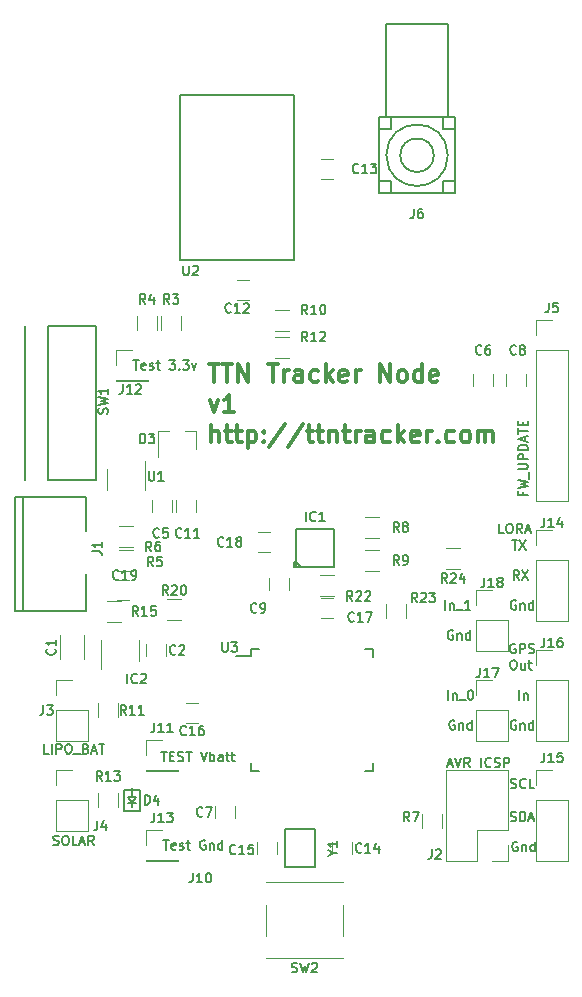
<source format=gbr>
G04 #@! TF.FileFunction,Legend,Top*
%FSLAX46Y46*%
G04 Gerber Fmt 4.6, Leading zero omitted, Abs format (unit mm)*
G04 Created by KiCad (PCBNEW 4.0.7-e2-6376~58~ubuntu16.04.1) date Wed Mar 28 23:24:04 2018*
%MOMM*%
%LPD*%
G01*
G04 APERTURE LIST*
%ADD10C,0.100000*%
%ADD11C,0.300000*%
%ADD12C,0.150000*%
%ADD13C,0.120000*%
G04 APERTURE END LIST*
D10*
D11*
X115712857Y-83750571D02*
X116570000Y-83750571D01*
X116141429Y-85250571D02*
X116141429Y-83750571D01*
X116855714Y-83750571D02*
X117712857Y-83750571D01*
X117284286Y-85250571D02*
X117284286Y-83750571D01*
X118212857Y-85250571D02*
X118212857Y-83750571D01*
X119070000Y-85250571D01*
X119070000Y-83750571D01*
X120712857Y-83750571D02*
X121570000Y-83750571D01*
X121141429Y-85250571D02*
X121141429Y-83750571D01*
X122070000Y-85250571D02*
X122070000Y-84250571D01*
X122070000Y-84536286D02*
X122141428Y-84393429D01*
X122212857Y-84322000D01*
X122355714Y-84250571D01*
X122498571Y-84250571D01*
X123641428Y-85250571D02*
X123641428Y-84464857D01*
X123569999Y-84322000D01*
X123427142Y-84250571D01*
X123141428Y-84250571D01*
X122998571Y-84322000D01*
X123641428Y-85179143D02*
X123498571Y-85250571D01*
X123141428Y-85250571D01*
X122998571Y-85179143D01*
X122927142Y-85036286D01*
X122927142Y-84893429D01*
X122998571Y-84750571D01*
X123141428Y-84679143D01*
X123498571Y-84679143D01*
X123641428Y-84607714D01*
X124998571Y-85179143D02*
X124855714Y-85250571D01*
X124570000Y-85250571D01*
X124427142Y-85179143D01*
X124355714Y-85107714D01*
X124284285Y-84964857D01*
X124284285Y-84536286D01*
X124355714Y-84393429D01*
X124427142Y-84322000D01*
X124570000Y-84250571D01*
X124855714Y-84250571D01*
X124998571Y-84322000D01*
X125641428Y-85250571D02*
X125641428Y-83750571D01*
X125784285Y-84679143D02*
X126212856Y-85250571D01*
X126212856Y-84250571D02*
X125641428Y-84822000D01*
X127427142Y-85179143D02*
X127284285Y-85250571D01*
X126998571Y-85250571D01*
X126855714Y-85179143D01*
X126784285Y-85036286D01*
X126784285Y-84464857D01*
X126855714Y-84322000D01*
X126998571Y-84250571D01*
X127284285Y-84250571D01*
X127427142Y-84322000D01*
X127498571Y-84464857D01*
X127498571Y-84607714D01*
X126784285Y-84750571D01*
X128141428Y-85250571D02*
X128141428Y-84250571D01*
X128141428Y-84536286D02*
X128212856Y-84393429D01*
X128284285Y-84322000D01*
X128427142Y-84250571D01*
X128569999Y-84250571D01*
X130212856Y-85250571D02*
X130212856Y-83750571D01*
X131069999Y-85250571D01*
X131069999Y-83750571D01*
X131998571Y-85250571D02*
X131855713Y-85179143D01*
X131784285Y-85107714D01*
X131712856Y-84964857D01*
X131712856Y-84536286D01*
X131784285Y-84393429D01*
X131855713Y-84322000D01*
X131998571Y-84250571D01*
X132212856Y-84250571D01*
X132355713Y-84322000D01*
X132427142Y-84393429D01*
X132498571Y-84536286D01*
X132498571Y-84964857D01*
X132427142Y-85107714D01*
X132355713Y-85179143D01*
X132212856Y-85250571D01*
X131998571Y-85250571D01*
X133784285Y-85250571D02*
X133784285Y-83750571D01*
X133784285Y-85179143D02*
X133641428Y-85250571D01*
X133355714Y-85250571D01*
X133212856Y-85179143D01*
X133141428Y-85107714D01*
X133069999Y-84964857D01*
X133069999Y-84536286D01*
X133141428Y-84393429D01*
X133212856Y-84322000D01*
X133355714Y-84250571D01*
X133641428Y-84250571D01*
X133784285Y-84322000D01*
X135069999Y-85179143D02*
X134927142Y-85250571D01*
X134641428Y-85250571D01*
X134498571Y-85179143D01*
X134427142Y-85036286D01*
X134427142Y-84464857D01*
X134498571Y-84322000D01*
X134641428Y-84250571D01*
X134927142Y-84250571D01*
X135069999Y-84322000D01*
X135141428Y-84464857D01*
X135141428Y-84607714D01*
X134427142Y-84750571D01*
X115784286Y-86800571D02*
X116141429Y-87800571D01*
X116498571Y-86800571D01*
X117855714Y-87800571D02*
X116998571Y-87800571D01*
X117427143Y-87800571D02*
X117427143Y-86300571D01*
X117284286Y-86514857D01*
X117141428Y-86657714D01*
X116998571Y-86729143D01*
X115927143Y-90350571D02*
X115927143Y-88850571D01*
X116570000Y-90350571D02*
X116570000Y-89564857D01*
X116498571Y-89422000D01*
X116355714Y-89350571D01*
X116141429Y-89350571D01*
X115998571Y-89422000D01*
X115927143Y-89493429D01*
X117070000Y-89350571D02*
X117641429Y-89350571D01*
X117284286Y-88850571D02*
X117284286Y-90136286D01*
X117355714Y-90279143D01*
X117498572Y-90350571D01*
X117641429Y-90350571D01*
X117927143Y-89350571D02*
X118498572Y-89350571D01*
X118141429Y-88850571D02*
X118141429Y-90136286D01*
X118212857Y-90279143D01*
X118355715Y-90350571D01*
X118498572Y-90350571D01*
X118998572Y-89350571D02*
X118998572Y-90850571D01*
X118998572Y-89422000D02*
X119141429Y-89350571D01*
X119427143Y-89350571D01*
X119570000Y-89422000D01*
X119641429Y-89493429D01*
X119712858Y-89636286D01*
X119712858Y-90064857D01*
X119641429Y-90207714D01*
X119570000Y-90279143D01*
X119427143Y-90350571D01*
X119141429Y-90350571D01*
X118998572Y-90279143D01*
X120355715Y-90207714D02*
X120427143Y-90279143D01*
X120355715Y-90350571D01*
X120284286Y-90279143D01*
X120355715Y-90207714D01*
X120355715Y-90350571D01*
X120355715Y-89422000D02*
X120427143Y-89493429D01*
X120355715Y-89564857D01*
X120284286Y-89493429D01*
X120355715Y-89422000D01*
X120355715Y-89564857D01*
X122141429Y-88779143D02*
X120855715Y-90707714D01*
X123712858Y-88779143D02*
X122427144Y-90707714D01*
X123998573Y-89350571D02*
X124570002Y-89350571D01*
X124212859Y-88850571D02*
X124212859Y-90136286D01*
X124284287Y-90279143D01*
X124427145Y-90350571D01*
X124570002Y-90350571D01*
X124855716Y-89350571D02*
X125427145Y-89350571D01*
X125070002Y-88850571D02*
X125070002Y-90136286D01*
X125141430Y-90279143D01*
X125284288Y-90350571D01*
X125427145Y-90350571D01*
X125927145Y-89350571D02*
X125927145Y-90350571D01*
X125927145Y-89493429D02*
X125998573Y-89422000D01*
X126141431Y-89350571D01*
X126355716Y-89350571D01*
X126498573Y-89422000D01*
X126570002Y-89564857D01*
X126570002Y-90350571D01*
X127070002Y-89350571D02*
X127641431Y-89350571D01*
X127284288Y-88850571D02*
X127284288Y-90136286D01*
X127355716Y-90279143D01*
X127498574Y-90350571D01*
X127641431Y-90350571D01*
X128141431Y-90350571D02*
X128141431Y-89350571D01*
X128141431Y-89636286D02*
X128212859Y-89493429D01*
X128284288Y-89422000D01*
X128427145Y-89350571D01*
X128570002Y-89350571D01*
X129712859Y-90350571D02*
X129712859Y-89564857D01*
X129641430Y-89422000D01*
X129498573Y-89350571D01*
X129212859Y-89350571D01*
X129070002Y-89422000D01*
X129712859Y-90279143D02*
X129570002Y-90350571D01*
X129212859Y-90350571D01*
X129070002Y-90279143D01*
X128998573Y-90136286D01*
X128998573Y-89993429D01*
X129070002Y-89850571D01*
X129212859Y-89779143D01*
X129570002Y-89779143D01*
X129712859Y-89707714D01*
X131070002Y-90279143D02*
X130927145Y-90350571D01*
X130641431Y-90350571D01*
X130498573Y-90279143D01*
X130427145Y-90207714D01*
X130355716Y-90064857D01*
X130355716Y-89636286D01*
X130427145Y-89493429D01*
X130498573Y-89422000D01*
X130641431Y-89350571D01*
X130927145Y-89350571D01*
X131070002Y-89422000D01*
X131712859Y-90350571D02*
X131712859Y-88850571D01*
X131855716Y-89779143D02*
X132284287Y-90350571D01*
X132284287Y-89350571D02*
X131712859Y-89922000D01*
X133498573Y-90279143D02*
X133355716Y-90350571D01*
X133070002Y-90350571D01*
X132927145Y-90279143D01*
X132855716Y-90136286D01*
X132855716Y-89564857D01*
X132927145Y-89422000D01*
X133070002Y-89350571D01*
X133355716Y-89350571D01*
X133498573Y-89422000D01*
X133570002Y-89564857D01*
X133570002Y-89707714D01*
X132855716Y-89850571D01*
X134212859Y-90350571D02*
X134212859Y-89350571D01*
X134212859Y-89636286D02*
X134284287Y-89493429D01*
X134355716Y-89422000D01*
X134498573Y-89350571D01*
X134641430Y-89350571D01*
X135141430Y-90207714D02*
X135212858Y-90279143D01*
X135141430Y-90350571D01*
X135070001Y-90279143D01*
X135141430Y-90207714D01*
X135141430Y-90350571D01*
X136498573Y-90279143D02*
X136355716Y-90350571D01*
X136070002Y-90350571D01*
X135927144Y-90279143D01*
X135855716Y-90207714D01*
X135784287Y-90064857D01*
X135784287Y-89636286D01*
X135855716Y-89493429D01*
X135927144Y-89422000D01*
X136070002Y-89350571D01*
X136355716Y-89350571D01*
X136498573Y-89422000D01*
X137355716Y-90350571D02*
X137212858Y-90279143D01*
X137141430Y-90207714D01*
X137070001Y-90064857D01*
X137070001Y-89636286D01*
X137141430Y-89493429D01*
X137212858Y-89422000D01*
X137355716Y-89350571D01*
X137570001Y-89350571D01*
X137712858Y-89422000D01*
X137784287Y-89493429D01*
X137855716Y-89636286D01*
X137855716Y-90064857D01*
X137784287Y-90207714D01*
X137712858Y-90279143D01*
X137570001Y-90350571D01*
X137355716Y-90350571D01*
X138498573Y-90350571D02*
X138498573Y-89350571D01*
X138498573Y-89493429D02*
X138570001Y-89422000D01*
X138712859Y-89350571D01*
X138927144Y-89350571D01*
X139070001Y-89422000D01*
X139141430Y-89564857D01*
X139141430Y-90350571D01*
X139141430Y-89564857D02*
X139212859Y-89422000D01*
X139355716Y-89350571D01*
X139570001Y-89350571D01*
X139712859Y-89422000D01*
X139784287Y-89564857D01*
X139784287Y-90350571D01*
D12*
X140690715Y-98024905D02*
X140309762Y-98024905D01*
X140309762Y-97224905D01*
X141109762Y-97224905D02*
X141262143Y-97224905D01*
X141338334Y-97263000D01*
X141414524Y-97339190D01*
X141452619Y-97491571D01*
X141452619Y-97758238D01*
X141414524Y-97910619D01*
X141338334Y-97986810D01*
X141262143Y-98024905D01*
X141109762Y-98024905D01*
X141033572Y-97986810D01*
X140957381Y-97910619D01*
X140919286Y-97758238D01*
X140919286Y-97491571D01*
X140957381Y-97339190D01*
X141033572Y-97263000D01*
X141109762Y-97224905D01*
X142252619Y-98024905D02*
X141985952Y-97643952D01*
X141795476Y-98024905D02*
X141795476Y-97224905D01*
X142100238Y-97224905D01*
X142176429Y-97263000D01*
X142214524Y-97301095D01*
X142252619Y-97377286D01*
X142252619Y-97491571D01*
X142214524Y-97567762D01*
X142176429Y-97605857D01*
X142100238Y-97643952D01*
X141795476Y-97643952D01*
X142557381Y-97796333D02*
X142938333Y-97796333D01*
X142481190Y-98024905D02*
X142747857Y-97224905D01*
X143014524Y-98024905D01*
X141668572Y-107423000D02*
X141592381Y-107384905D01*
X141478096Y-107384905D01*
X141363810Y-107423000D01*
X141287619Y-107499190D01*
X141249524Y-107575381D01*
X141211429Y-107727762D01*
X141211429Y-107842048D01*
X141249524Y-107994429D01*
X141287619Y-108070619D01*
X141363810Y-108146810D01*
X141478096Y-108184905D01*
X141554286Y-108184905D01*
X141668572Y-108146810D01*
X141706667Y-108108714D01*
X141706667Y-107842048D01*
X141554286Y-107842048D01*
X142049524Y-108184905D02*
X142049524Y-107384905D01*
X142354286Y-107384905D01*
X142430477Y-107423000D01*
X142468572Y-107461095D01*
X142506667Y-107537286D01*
X142506667Y-107651571D01*
X142468572Y-107727762D01*
X142430477Y-107765857D01*
X142354286Y-107803952D01*
X142049524Y-107803952D01*
X142811429Y-108146810D02*
X142925715Y-108184905D01*
X143116191Y-108184905D01*
X143192381Y-108146810D01*
X143230477Y-108108714D01*
X143268572Y-108032524D01*
X143268572Y-107956333D01*
X143230477Y-107880143D01*
X143192381Y-107842048D01*
X143116191Y-107803952D01*
X142963810Y-107765857D01*
X142887619Y-107727762D01*
X142849524Y-107689667D01*
X142811429Y-107613476D01*
X142811429Y-107537286D01*
X142849524Y-107461095D01*
X142887619Y-107423000D01*
X142963810Y-107384905D01*
X143154286Y-107384905D01*
X143268572Y-107423000D01*
X141446333Y-108781905D02*
X141598714Y-108781905D01*
X141674905Y-108820000D01*
X141751095Y-108896190D01*
X141789190Y-109048571D01*
X141789190Y-109315238D01*
X141751095Y-109467619D01*
X141674905Y-109543810D01*
X141598714Y-109581905D01*
X141446333Y-109581905D01*
X141370143Y-109543810D01*
X141293952Y-109467619D01*
X141255857Y-109315238D01*
X141255857Y-109048571D01*
X141293952Y-108896190D01*
X141370143Y-108820000D01*
X141446333Y-108781905D01*
X142474904Y-109048571D02*
X142474904Y-109581905D01*
X142132047Y-109048571D02*
X142132047Y-109467619D01*
X142170142Y-109543810D01*
X142246333Y-109581905D01*
X142360619Y-109581905D01*
X142436809Y-109543810D01*
X142474904Y-109505714D01*
X142741571Y-109048571D02*
X143046333Y-109048571D01*
X142855857Y-108781905D02*
X142855857Y-109467619D01*
X142893952Y-109543810D01*
X142970143Y-109581905D01*
X143046333Y-109581905D01*
X142005095Y-112121905D02*
X142005095Y-111321905D01*
X142386047Y-111588571D02*
X142386047Y-112121905D01*
X142386047Y-111664762D02*
X142424142Y-111626667D01*
X142500333Y-111588571D01*
X142614619Y-111588571D01*
X142690809Y-111626667D01*
X142728904Y-111702857D01*
X142728904Y-112121905D01*
X141376476Y-98621905D02*
X141833619Y-98621905D01*
X141605048Y-99421905D02*
X141605048Y-98621905D01*
X142024096Y-98621905D02*
X142557429Y-99421905D01*
X142557429Y-98621905D02*
X142024096Y-99421905D01*
X141979667Y-101961905D02*
X141713000Y-101580952D01*
X141522524Y-101961905D02*
X141522524Y-101161905D01*
X141827286Y-101161905D01*
X141903477Y-101200000D01*
X141941572Y-101238095D01*
X141979667Y-101314286D01*
X141979667Y-101428571D01*
X141941572Y-101504762D01*
X141903477Y-101542857D01*
X141827286Y-101580952D01*
X141522524Y-101580952D01*
X142246334Y-101161905D02*
X142779667Y-101961905D01*
X142779667Y-101161905D02*
X142246334Y-101961905D01*
X141725714Y-103740000D02*
X141649523Y-103701905D01*
X141535238Y-103701905D01*
X141420952Y-103740000D01*
X141344761Y-103816190D01*
X141306666Y-103892381D01*
X141268571Y-104044762D01*
X141268571Y-104159048D01*
X141306666Y-104311429D01*
X141344761Y-104387619D01*
X141420952Y-104463810D01*
X141535238Y-104501905D01*
X141611428Y-104501905D01*
X141725714Y-104463810D01*
X141763809Y-104425714D01*
X141763809Y-104159048D01*
X141611428Y-104159048D01*
X142106666Y-103968571D02*
X142106666Y-104501905D01*
X142106666Y-104044762D02*
X142144761Y-104006667D01*
X142220952Y-103968571D01*
X142335238Y-103968571D01*
X142411428Y-104006667D01*
X142449523Y-104082857D01*
X142449523Y-104501905D01*
X143173333Y-104501905D02*
X143173333Y-103701905D01*
X143173333Y-104463810D02*
X143097143Y-104501905D01*
X142944762Y-104501905D01*
X142868571Y-104463810D01*
X142830476Y-104425714D01*
X142792381Y-104349524D01*
X142792381Y-104120952D01*
X142830476Y-104044762D01*
X142868571Y-104006667D01*
X142944762Y-103968571D01*
X143097143Y-103968571D01*
X143173333Y-104006667D01*
X141287619Y-119576810D02*
X141401905Y-119614905D01*
X141592381Y-119614905D01*
X141668571Y-119576810D01*
X141706667Y-119538714D01*
X141744762Y-119462524D01*
X141744762Y-119386333D01*
X141706667Y-119310143D01*
X141668571Y-119272048D01*
X141592381Y-119233952D01*
X141440000Y-119195857D01*
X141363809Y-119157762D01*
X141325714Y-119119667D01*
X141287619Y-119043476D01*
X141287619Y-118967286D01*
X141325714Y-118891095D01*
X141363809Y-118853000D01*
X141440000Y-118814905D01*
X141630476Y-118814905D01*
X141744762Y-118853000D01*
X142544762Y-119538714D02*
X142506667Y-119576810D01*
X142392381Y-119614905D01*
X142316191Y-119614905D01*
X142201905Y-119576810D01*
X142125714Y-119500619D01*
X142087619Y-119424429D01*
X142049524Y-119272048D01*
X142049524Y-119157762D01*
X142087619Y-119005381D01*
X142125714Y-118929190D01*
X142201905Y-118853000D01*
X142316191Y-118814905D01*
X142392381Y-118814905D01*
X142506667Y-118853000D01*
X142544762Y-118891095D01*
X143268572Y-119614905D02*
X142887619Y-119614905D01*
X142887619Y-118814905D01*
X141268572Y-122370810D02*
X141382858Y-122408905D01*
X141573334Y-122408905D01*
X141649524Y-122370810D01*
X141687620Y-122332714D01*
X141725715Y-122256524D01*
X141725715Y-122180333D01*
X141687620Y-122104143D01*
X141649524Y-122066048D01*
X141573334Y-122027952D01*
X141420953Y-121989857D01*
X141344762Y-121951762D01*
X141306667Y-121913667D01*
X141268572Y-121837476D01*
X141268572Y-121761286D01*
X141306667Y-121685095D01*
X141344762Y-121647000D01*
X141420953Y-121608905D01*
X141611429Y-121608905D01*
X141725715Y-121647000D01*
X142068572Y-122408905D02*
X142068572Y-121608905D01*
X142259048Y-121608905D01*
X142373334Y-121647000D01*
X142449525Y-121723190D01*
X142487620Y-121799381D01*
X142525715Y-121951762D01*
X142525715Y-122066048D01*
X142487620Y-122218429D01*
X142449525Y-122294619D01*
X142373334Y-122370810D01*
X142259048Y-122408905D01*
X142068572Y-122408905D01*
X142830477Y-122180333D02*
X143211429Y-122180333D01*
X142754286Y-122408905D02*
X143020953Y-121608905D01*
X143287620Y-122408905D01*
X136391714Y-106280000D02*
X136315523Y-106241905D01*
X136201238Y-106241905D01*
X136086952Y-106280000D01*
X136010761Y-106356190D01*
X135972666Y-106432381D01*
X135934571Y-106584762D01*
X135934571Y-106699048D01*
X135972666Y-106851429D01*
X136010761Y-106927619D01*
X136086952Y-107003810D01*
X136201238Y-107041905D01*
X136277428Y-107041905D01*
X136391714Y-107003810D01*
X136429809Y-106965714D01*
X136429809Y-106699048D01*
X136277428Y-106699048D01*
X136772666Y-106508571D02*
X136772666Y-107041905D01*
X136772666Y-106584762D02*
X136810761Y-106546667D01*
X136886952Y-106508571D01*
X137001238Y-106508571D01*
X137077428Y-106546667D01*
X137115523Y-106622857D01*
X137115523Y-107041905D01*
X137839333Y-107041905D02*
X137839333Y-106241905D01*
X137839333Y-107003810D02*
X137763143Y-107041905D01*
X137610762Y-107041905D01*
X137534571Y-107003810D01*
X137496476Y-106965714D01*
X137458381Y-106889524D01*
X137458381Y-106660952D01*
X137496476Y-106584762D01*
X137534571Y-106546667D01*
X137610762Y-106508571D01*
X137763143Y-106508571D01*
X137839333Y-106546667D01*
X135731381Y-104501905D02*
X135731381Y-103701905D01*
X136112333Y-103968571D02*
X136112333Y-104501905D01*
X136112333Y-104044762D02*
X136150428Y-104006667D01*
X136226619Y-103968571D01*
X136340905Y-103968571D01*
X136417095Y-104006667D01*
X136455190Y-104082857D01*
X136455190Y-104501905D01*
X136645667Y-104578095D02*
X137255191Y-104578095D01*
X137864715Y-104501905D02*
X137407572Y-104501905D01*
X137636143Y-104501905D02*
X137636143Y-103701905D01*
X137559953Y-103816190D01*
X137483762Y-103892381D01*
X137407572Y-103930476D01*
X135985381Y-112121905D02*
X135985381Y-111321905D01*
X136366333Y-111588571D02*
X136366333Y-112121905D01*
X136366333Y-111664762D02*
X136404428Y-111626667D01*
X136480619Y-111588571D01*
X136594905Y-111588571D01*
X136671095Y-111626667D01*
X136709190Y-111702857D01*
X136709190Y-112121905D01*
X136899667Y-112198095D02*
X137509191Y-112198095D01*
X137852048Y-111321905D02*
X137928239Y-111321905D01*
X138004429Y-111360000D01*
X138042524Y-111398095D01*
X138080620Y-111474286D01*
X138118715Y-111626667D01*
X138118715Y-111817143D01*
X138080620Y-111969524D01*
X138042524Y-112045714D01*
X138004429Y-112083810D01*
X137928239Y-112121905D01*
X137852048Y-112121905D01*
X137775858Y-112083810D01*
X137737762Y-112045714D01*
X137699667Y-111969524D01*
X137661572Y-111817143D01*
X137661572Y-111626667D01*
X137699667Y-111474286D01*
X137737762Y-111398095D01*
X137775858Y-111360000D01*
X137852048Y-111321905D01*
X141852714Y-124187000D02*
X141776523Y-124148905D01*
X141662238Y-124148905D01*
X141547952Y-124187000D01*
X141471761Y-124263190D01*
X141433666Y-124339381D01*
X141395571Y-124491762D01*
X141395571Y-124606048D01*
X141433666Y-124758429D01*
X141471761Y-124834619D01*
X141547952Y-124910810D01*
X141662238Y-124948905D01*
X141738428Y-124948905D01*
X141852714Y-124910810D01*
X141890809Y-124872714D01*
X141890809Y-124606048D01*
X141738428Y-124606048D01*
X142233666Y-124415571D02*
X142233666Y-124948905D01*
X142233666Y-124491762D02*
X142271761Y-124453667D01*
X142347952Y-124415571D01*
X142462238Y-124415571D01*
X142538428Y-124453667D01*
X142576523Y-124529857D01*
X142576523Y-124948905D01*
X143300333Y-124948905D02*
X143300333Y-124148905D01*
X143300333Y-124910810D02*
X143224143Y-124948905D01*
X143071762Y-124948905D01*
X142995571Y-124910810D01*
X142957476Y-124872714D01*
X142919381Y-124796524D01*
X142919381Y-124567952D01*
X142957476Y-124491762D01*
X142995571Y-124453667D01*
X143071762Y-124415571D01*
X143224143Y-124415571D01*
X143300333Y-124453667D01*
X136518714Y-113900000D02*
X136442523Y-113861905D01*
X136328238Y-113861905D01*
X136213952Y-113900000D01*
X136137761Y-113976190D01*
X136099666Y-114052381D01*
X136061571Y-114204762D01*
X136061571Y-114319048D01*
X136099666Y-114471429D01*
X136137761Y-114547619D01*
X136213952Y-114623810D01*
X136328238Y-114661905D01*
X136404428Y-114661905D01*
X136518714Y-114623810D01*
X136556809Y-114585714D01*
X136556809Y-114319048D01*
X136404428Y-114319048D01*
X136899666Y-114128571D02*
X136899666Y-114661905D01*
X136899666Y-114204762D02*
X136937761Y-114166667D01*
X137013952Y-114128571D01*
X137128238Y-114128571D01*
X137204428Y-114166667D01*
X137242523Y-114242857D01*
X137242523Y-114661905D01*
X137966333Y-114661905D02*
X137966333Y-113861905D01*
X137966333Y-114623810D02*
X137890143Y-114661905D01*
X137737762Y-114661905D01*
X137661571Y-114623810D01*
X137623476Y-114585714D01*
X137585381Y-114509524D01*
X137585381Y-114280952D01*
X137623476Y-114204762D01*
X137661571Y-114166667D01*
X137737762Y-114128571D01*
X137890143Y-114128571D01*
X137966333Y-114166667D01*
X141725714Y-113900000D02*
X141649523Y-113861905D01*
X141535238Y-113861905D01*
X141420952Y-113900000D01*
X141344761Y-113976190D01*
X141306666Y-114052381D01*
X141268571Y-114204762D01*
X141268571Y-114319048D01*
X141306666Y-114471429D01*
X141344761Y-114547619D01*
X141420952Y-114623810D01*
X141535238Y-114661905D01*
X141611428Y-114661905D01*
X141725714Y-114623810D01*
X141763809Y-114585714D01*
X141763809Y-114319048D01*
X141611428Y-114319048D01*
X142106666Y-114128571D02*
X142106666Y-114661905D01*
X142106666Y-114204762D02*
X142144761Y-114166667D01*
X142220952Y-114128571D01*
X142335238Y-114128571D01*
X142411428Y-114166667D01*
X142449523Y-114242857D01*
X142449523Y-114661905D01*
X143173333Y-114661905D02*
X143173333Y-113861905D01*
X143173333Y-114623810D02*
X143097143Y-114661905D01*
X142944762Y-114661905D01*
X142868571Y-114623810D01*
X142830476Y-114585714D01*
X142792381Y-114509524D01*
X142792381Y-114280952D01*
X142830476Y-114204762D01*
X142868571Y-114166667D01*
X142944762Y-114128571D01*
X143097143Y-114128571D01*
X143173333Y-114166667D01*
D13*
X113376000Y-105401000D02*
X112176000Y-105401000D01*
X112176000Y-103641000D02*
X113376000Y-103641000D01*
D12*
X130750000Y-54940000D02*
X130750000Y-62840000D01*
X135950000Y-54940000D02*
X130750000Y-54940000D01*
X135950000Y-62840000D02*
X135950000Y-54940000D01*
X134771267Y-66040000D02*
G75*
G03X134771267Y-66040000I-1421267J0D01*
G01*
X135950000Y-66040000D02*
G75*
G03X135950000Y-66040000I-2600000J0D01*
G01*
X135550000Y-63840000D02*
X136550000Y-63840000D01*
X135550000Y-62840000D02*
X135550000Y-63840000D01*
X135550000Y-68240000D02*
X136550000Y-68240000D01*
X135550000Y-69240000D02*
X135550000Y-68240000D01*
X131150000Y-68240000D02*
X130150000Y-68240000D01*
X131150000Y-69240000D02*
X131150000Y-68240000D01*
X131150000Y-63840000D02*
X130150000Y-63840000D01*
X131150000Y-62840000D02*
X131150000Y-63840000D01*
X130150000Y-69240000D02*
X136550000Y-69240000D01*
X136550000Y-62840000D02*
X136550000Y-69240000D01*
X130150000Y-62840000D02*
X136550000Y-62840000D01*
X130150000Y-69240000D02*
X130150000Y-62840000D01*
D13*
X103120000Y-106696000D02*
X103120000Y-108696000D01*
X105160000Y-108696000D02*
X105160000Y-106696000D01*
X110402000Y-107450000D02*
X110402000Y-108450000D01*
X112102000Y-108450000D02*
X112102000Y-107450000D01*
X112610000Y-96258000D02*
X112610000Y-95258000D01*
X110910000Y-95258000D02*
X110910000Y-96258000D01*
X139788000Y-85590000D02*
X139788000Y-84590000D01*
X138088000Y-84590000D02*
X138088000Y-85590000D01*
X117944000Y-122166000D02*
X117944000Y-121166000D01*
X116244000Y-121166000D02*
X116244000Y-122166000D01*
X142582000Y-85590000D02*
X142582000Y-84590000D01*
X140882000Y-84590000D02*
X140882000Y-85590000D01*
X122516000Y-102862000D02*
X122516000Y-101862000D01*
X120816000Y-101862000D02*
X120816000Y-102862000D01*
X114642000Y-96258000D02*
X114642000Y-95258000D01*
X112942000Y-95258000D02*
X112942000Y-96258000D01*
X118118000Y-78320000D02*
X119118000Y-78320000D01*
X119118000Y-76620000D02*
X118118000Y-76620000D01*
X126230000Y-66333000D02*
X125230000Y-66333000D01*
X125230000Y-68033000D02*
X126230000Y-68033000D01*
X126150000Y-124214000D02*
X126150000Y-125214000D01*
X127850000Y-125214000D02*
X127850000Y-124214000D01*
X121500000Y-125214000D02*
X121500000Y-124214000D01*
X119800000Y-124214000D02*
X119800000Y-125214000D01*
X113800000Y-114134000D02*
X114800000Y-114134000D01*
X114800000Y-112434000D02*
X113800000Y-112434000D01*
X126230000Y-103544000D02*
X125230000Y-103544000D01*
X125230000Y-105244000D02*
X126230000Y-105244000D01*
X119896000Y-99656000D02*
X120896000Y-99656000D01*
X120896000Y-97956000D02*
X119896000Y-97956000D01*
X107958000Y-103720000D02*
X108958000Y-103720000D01*
X108958000Y-102020000D02*
X107958000Y-102020000D01*
X114610000Y-89410000D02*
X113680000Y-89410000D01*
X111450000Y-89410000D02*
X112380000Y-89410000D01*
X111450000Y-89410000D02*
X111450000Y-91570000D01*
X114610000Y-89410000D02*
X114610000Y-90870000D01*
D12*
X109220000Y-120350000D02*
X109220000Y-119650000D01*
X109220000Y-120950000D02*
X109220000Y-121250000D01*
X108920000Y-120850000D02*
X109520000Y-120850000D01*
X108920000Y-120350000D02*
X109220000Y-120850000D01*
X109520000Y-120350000D02*
X109220000Y-120850000D01*
X108920000Y-120350000D02*
X109520000Y-120350000D01*
X108520000Y-119750000D02*
X109920000Y-119750000D01*
X108520000Y-121550000D02*
X108520000Y-119750000D01*
X109920000Y-121550000D02*
X108520000Y-121550000D01*
X109920000Y-119750000D02*
X109920000Y-121550000D01*
D13*
X109814000Y-108850000D02*
X109814000Y-107050000D01*
X106594000Y-107050000D02*
X106594000Y-109500000D01*
D12*
X99940000Y-104595000D02*
X99290000Y-104595000D01*
X99990000Y-94995000D02*
X99290000Y-94995000D01*
X99290000Y-99695000D02*
X99290000Y-94995000D01*
X105290000Y-104595000D02*
X105290000Y-101495000D01*
X99990000Y-104595000D02*
X105290000Y-104595000D01*
X105290000Y-94995000D02*
X105290000Y-97895000D01*
X99990000Y-94995000D02*
X105290000Y-94995000D01*
X99990000Y-99695000D02*
X99990000Y-94995000D01*
X99290000Y-99695000D02*
X99290000Y-104595000D01*
X99990000Y-99695000D02*
X99990000Y-104595000D01*
D13*
X141030000Y-118050000D02*
X135830000Y-118050000D01*
X141030000Y-123190000D02*
X141030000Y-118050000D01*
X135830000Y-125790000D02*
X135830000Y-118050000D01*
X141030000Y-123190000D02*
X138430000Y-123190000D01*
X138430000Y-123190000D02*
X138430000Y-125790000D01*
X138430000Y-125790000D02*
X135830000Y-125790000D01*
X141030000Y-124460000D02*
X141030000Y-125790000D01*
X141030000Y-125790000D02*
X139700000Y-125790000D01*
X102810000Y-115630000D02*
X105470000Y-115630000D01*
X102810000Y-113030000D02*
X102810000Y-115630000D01*
X105470000Y-113030000D02*
X105470000Y-115630000D01*
X102810000Y-113030000D02*
X105470000Y-113030000D01*
X102810000Y-111760000D02*
X102810000Y-110430000D01*
X102810000Y-110430000D02*
X104140000Y-110430000D01*
X102810000Y-123250000D02*
X105470000Y-123250000D01*
X102810000Y-120650000D02*
X102810000Y-123250000D01*
X105470000Y-120650000D02*
X105470000Y-123250000D01*
X102810000Y-120650000D02*
X105470000Y-120650000D01*
X102810000Y-119380000D02*
X102810000Y-118050000D01*
X102810000Y-118050000D02*
X104140000Y-118050000D01*
X143450000Y-95310000D02*
X146110000Y-95310000D01*
X143450000Y-82550000D02*
X143450000Y-95310000D01*
X146110000Y-82550000D02*
X146110000Y-95310000D01*
X143450000Y-82550000D02*
X146110000Y-82550000D01*
X143450000Y-81280000D02*
X143450000Y-79950000D01*
X143450000Y-79950000D02*
X144780000Y-79950000D01*
X110430000Y-118110000D02*
X110430000Y-118170000D01*
X110430000Y-118170000D02*
X113090000Y-118170000D01*
X113090000Y-118170000D02*
X113090000Y-118110000D01*
X113090000Y-118110000D02*
X110430000Y-118110000D01*
X110430000Y-116840000D02*
X110430000Y-115510000D01*
X110430000Y-115510000D02*
X111760000Y-115510000D01*
X107890000Y-85090000D02*
X107890000Y-85150000D01*
X107890000Y-85150000D02*
X110550000Y-85150000D01*
X110550000Y-85150000D02*
X110550000Y-85090000D01*
X110550000Y-85090000D02*
X107890000Y-85090000D01*
X107890000Y-83820000D02*
X107890000Y-82490000D01*
X107890000Y-82490000D02*
X109220000Y-82490000D01*
X110430000Y-125730000D02*
X110430000Y-125790000D01*
X110430000Y-125790000D02*
X113090000Y-125790000D01*
X113090000Y-125790000D02*
X113090000Y-125730000D01*
X113090000Y-125730000D02*
X110430000Y-125730000D01*
X110430000Y-124460000D02*
X110430000Y-123130000D01*
X110430000Y-123130000D02*
X111760000Y-123130000D01*
X143450000Y-105470000D02*
X146110000Y-105470000D01*
X143450000Y-100330000D02*
X143450000Y-105470000D01*
X146110000Y-100330000D02*
X146110000Y-105470000D01*
X143450000Y-100330000D02*
X146110000Y-100330000D01*
X143450000Y-99060000D02*
X143450000Y-97730000D01*
X143450000Y-97730000D02*
X144780000Y-97730000D01*
X143450000Y-125790000D02*
X146110000Y-125790000D01*
X143450000Y-120650000D02*
X143450000Y-125790000D01*
X146110000Y-120650000D02*
X146110000Y-125790000D01*
X143450000Y-120650000D02*
X146110000Y-120650000D01*
X143450000Y-119380000D02*
X143450000Y-118050000D01*
X143450000Y-118050000D02*
X144780000Y-118050000D01*
X143450000Y-115630000D02*
X146110000Y-115630000D01*
X143450000Y-110490000D02*
X143450000Y-115630000D01*
X146110000Y-110490000D02*
X146110000Y-115630000D01*
X143450000Y-110490000D02*
X146110000Y-110490000D01*
X143450000Y-109220000D02*
X143450000Y-107890000D01*
X143450000Y-107890000D02*
X144780000Y-107890000D01*
X138370000Y-115630000D02*
X141030000Y-115630000D01*
X138370000Y-113030000D02*
X138370000Y-115630000D01*
X141030000Y-113030000D02*
X141030000Y-115630000D01*
X138370000Y-113030000D02*
X141030000Y-113030000D01*
X138370000Y-111760000D02*
X138370000Y-110430000D01*
X138370000Y-110430000D02*
X139700000Y-110430000D01*
X138370000Y-108010000D02*
X141030000Y-108010000D01*
X138370000Y-105410000D02*
X138370000Y-108010000D01*
X141030000Y-105410000D02*
X141030000Y-108010000D01*
X138370000Y-105410000D02*
X141030000Y-105410000D01*
X138370000Y-104140000D02*
X138370000Y-102810000D01*
X138370000Y-102810000D02*
X139700000Y-102810000D01*
X113402000Y-79664000D02*
X113402000Y-80864000D01*
X111642000Y-80864000D02*
X111642000Y-79664000D01*
X111370000Y-79664000D02*
X111370000Y-80864000D01*
X109610000Y-80864000D02*
X109610000Y-79664000D01*
X108112000Y-99450000D02*
X109312000Y-99450000D01*
X109312000Y-101210000D02*
X108112000Y-101210000D01*
X108112000Y-97418000D02*
X109312000Y-97418000D01*
X109312000Y-99178000D02*
X108112000Y-99178000D01*
X135500000Y-121828000D02*
X135500000Y-123028000D01*
X133740000Y-123028000D02*
X133740000Y-121828000D01*
X128940000Y-96656000D02*
X130140000Y-96656000D01*
X130140000Y-98416000D02*
X128940000Y-98416000D01*
X128940000Y-99450000D02*
X130140000Y-99450000D01*
X130140000Y-101210000D02*
X128940000Y-101210000D01*
X122520000Y-80890000D02*
X121320000Y-80890000D01*
X121320000Y-79130000D02*
X122520000Y-79130000D01*
X106308000Y-113630000D02*
X106308000Y-112430000D01*
X108068000Y-112430000D02*
X108068000Y-113630000D01*
X122520000Y-83176000D02*
X121320000Y-83176000D01*
X121320000Y-81416000D02*
X122520000Y-81416000D01*
X108068000Y-120050000D02*
X108068000Y-121250000D01*
X106308000Y-121250000D02*
X106308000Y-120050000D01*
X107096000Y-103768000D02*
X108296000Y-103768000D01*
X108296000Y-105528000D02*
X107096000Y-105528000D01*
X126330000Y-103369000D02*
X125130000Y-103369000D01*
X125130000Y-101609000D02*
X126330000Y-101609000D01*
X132452000Y-104048000D02*
X132452000Y-105248000D01*
X130692000Y-105248000D02*
X130692000Y-104048000D01*
D12*
X100140000Y-80495000D02*
X100140000Y-93495000D01*
X102140000Y-80495000D02*
X106140000Y-80495000D01*
X102140000Y-93495000D02*
X102140000Y-80495000D01*
X106140000Y-93495000D02*
X102140000Y-93495000D01*
X106140000Y-80495000D02*
X106140000Y-93495000D01*
D13*
X120595000Y-134040000D02*
X120595000Y-134010000D01*
X120595000Y-127580000D02*
X120595000Y-127610000D01*
X127055000Y-127580000D02*
X127055000Y-127610000D01*
X127055000Y-134010000D02*
X127055000Y-134040000D01*
X120595000Y-132110000D02*
X120595000Y-129510000D01*
X127055000Y-134040000D02*
X120595000Y-134040000D01*
X127055000Y-132110000D02*
X127055000Y-129510000D01*
X127055000Y-127580000D02*
X120595000Y-127580000D01*
X107102000Y-92572000D02*
X107102000Y-94372000D01*
X110322000Y-94372000D02*
X110322000Y-91922000D01*
D12*
X113310000Y-74930000D02*
X122910000Y-74930000D01*
X113310000Y-60930000D02*
X122910000Y-60930000D01*
X122910000Y-60930000D02*
X122910000Y-74930000D01*
X113310000Y-60930000D02*
X113310000Y-74930000D01*
X119285000Y-107855000D02*
X119285000Y-108430000D01*
X129635000Y-107855000D02*
X129635000Y-108530000D01*
X129635000Y-118205000D02*
X129635000Y-117530000D01*
X119285000Y-118205000D02*
X119285000Y-117530000D01*
X119285000Y-107855000D02*
X119960000Y-107855000D01*
X119285000Y-118205000D02*
X119960000Y-118205000D01*
X129635000Y-118205000D02*
X128960000Y-118205000D01*
X129635000Y-107855000D02*
X128960000Y-107855000D01*
X119285000Y-108430000D02*
X118010000Y-108430000D01*
X124744000Y-126314000D02*
X122144000Y-126314000D01*
X124744000Y-123114000D02*
X124744000Y-126314000D01*
X122144000Y-123114000D02*
X124744000Y-123114000D01*
X122144000Y-126314000D02*
X122144000Y-123114000D01*
X122914000Y-100914000D02*
X123014000Y-100914000D01*
X123014000Y-100914000D02*
X123114000Y-100914000D01*
X122914000Y-100514000D02*
X123114000Y-100514000D01*
X122914000Y-100914000D02*
X122914000Y-100514000D01*
X123114000Y-100514000D02*
X123514000Y-100914000D01*
X123114000Y-99314000D02*
X123114000Y-100914000D01*
X123114000Y-100914000D02*
X126314000Y-100914000D01*
X126314000Y-100914000D02*
X126314000Y-97714000D01*
X126314000Y-97714000D02*
X123114000Y-97714000D01*
X123114000Y-97714000D02*
X123114000Y-99314000D01*
D13*
X135798000Y-99323000D02*
X136998000Y-99323000D01*
X136998000Y-101083000D02*
X135798000Y-101083000D01*
D12*
X112261714Y-103232905D02*
X111995047Y-102851952D01*
X111804571Y-103232905D02*
X111804571Y-102432905D01*
X112109333Y-102432905D01*
X112185524Y-102471000D01*
X112223619Y-102509095D01*
X112261714Y-102585286D01*
X112261714Y-102699571D01*
X112223619Y-102775762D01*
X112185524Y-102813857D01*
X112109333Y-102851952D01*
X111804571Y-102851952D01*
X112566476Y-102509095D02*
X112604571Y-102471000D01*
X112680762Y-102432905D01*
X112871238Y-102432905D01*
X112947428Y-102471000D01*
X112985524Y-102509095D01*
X113023619Y-102585286D01*
X113023619Y-102661476D01*
X112985524Y-102775762D01*
X112528381Y-103232905D01*
X113023619Y-103232905D01*
X113518857Y-102432905D02*
X113595048Y-102432905D01*
X113671238Y-102471000D01*
X113709333Y-102509095D01*
X113747429Y-102585286D01*
X113785524Y-102737667D01*
X113785524Y-102928143D01*
X113747429Y-103080524D01*
X113709333Y-103156714D01*
X113671238Y-103194810D01*
X113595048Y-103232905D01*
X113518857Y-103232905D01*
X113442667Y-103194810D01*
X113404571Y-103156714D01*
X113366476Y-103080524D01*
X113328381Y-102928143D01*
X113328381Y-102737667D01*
X113366476Y-102585286D01*
X113404571Y-102509095D01*
X113442667Y-102471000D01*
X113518857Y-102432905D01*
X133083334Y-70554905D02*
X133083334Y-71126333D01*
X133045238Y-71240619D01*
X132969048Y-71316810D01*
X132854762Y-71354905D01*
X132778572Y-71354905D01*
X133807143Y-70554905D02*
X133654762Y-70554905D01*
X133578572Y-70593000D01*
X133540477Y-70631095D01*
X133464286Y-70745381D01*
X133426191Y-70897762D01*
X133426191Y-71202524D01*
X133464286Y-71278714D01*
X133502381Y-71316810D01*
X133578572Y-71354905D01*
X133730953Y-71354905D01*
X133807143Y-71316810D01*
X133845239Y-71278714D01*
X133883334Y-71202524D01*
X133883334Y-71012048D01*
X133845239Y-70935857D01*
X133807143Y-70897762D01*
X133730953Y-70859667D01*
X133578572Y-70859667D01*
X133502381Y-70897762D01*
X133464286Y-70935857D01*
X133426191Y-71012048D01*
X102675714Y-107829333D02*
X102713810Y-107867428D01*
X102751905Y-107981714D01*
X102751905Y-108057904D01*
X102713810Y-108172190D01*
X102637619Y-108248381D01*
X102561429Y-108286476D01*
X102409048Y-108324571D01*
X102294762Y-108324571D01*
X102142381Y-108286476D01*
X102066190Y-108248381D01*
X101990000Y-108172190D01*
X101951905Y-108057904D01*
X101951905Y-107981714D01*
X101990000Y-107867428D01*
X102028095Y-107829333D01*
X102751905Y-107067428D02*
X102751905Y-107524571D01*
X102751905Y-107296000D02*
X101951905Y-107296000D01*
X102066190Y-107372190D01*
X102142381Y-107448381D01*
X102180476Y-107524571D01*
X112896667Y-108235714D02*
X112858572Y-108273810D01*
X112744286Y-108311905D01*
X112668096Y-108311905D01*
X112553810Y-108273810D01*
X112477619Y-108197619D01*
X112439524Y-108121429D01*
X112401429Y-107969048D01*
X112401429Y-107854762D01*
X112439524Y-107702381D01*
X112477619Y-107626190D01*
X112553810Y-107550000D01*
X112668096Y-107511905D01*
X112744286Y-107511905D01*
X112858572Y-107550000D01*
X112896667Y-107588095D01*
X113201429Y-107588095D02*
X113239524Y-107550000D01*
X113315715Y-107511905D01*
X113506191Y-107511905D01*
X113582381Y-107550000D01*
X113620477Y-107588095D01*
X113658572Y-107664286D01*
X113658572Y-107740476D01*
X113620477Y-107854762D01*
X113163334Y-108311905D01*
X113658572Y-108311905D01*
X111499667Y-98329714D02*
X111461572Y-98367810D01*
X111347286Y-98405905D01*
X111271096Y-98405905D01*
X111156810Y-98367810D01*
X111080619Y-98291619D01*
X111042524Y-98215429D01*
X111004429Y-98063048D01*
X111004429Y-97948762D01*
X111042524Y-97796381D01*
X111080619Y-97720190D01*
X111156810Y-97644000D01*
X111271096Y-97605905D01*
X111347286Y-97605905D01*
X111461572Y-97644000D01*
X111499667Y-97682095D01*
X112223477Y-97605905D02*
X111842524Y-97605905D01*
X111804429Y-97986857D01*
X111842524Y-97948762D01*
X111918715Y-97910667D01*
X112109191Y-97910667D01*
X112185381Y-97948762D01*
X112223477Y-97986857D01*
X112261572Y-98063048D01*
X112261572Y-98253524D01*
X112223477Y-98329714D01*
X112185381Y-98367810D01*
X112109191Y-98405905D01*
X111918715Y-98405905D01*
X111842524Y-98367810D01*
X111804429Y-98329714D01*
X138804667Y-82835714D02*
X138766572Y-82873810D01*
X138652286Y-82911905D01*
X138576096Y-82911905D01*
X138461810Y-82873810D01*
X138385619Y-82797619D01*
X138347524Y-82721429D01*
X138309429Y-82569048D01*
X138309429Y-82454762D01*
X138347524Y-82302381D01*
X138385619Y-82226190D01*
X138461810Y-82150000D01*
X138576096Y-82111905D01*
X138652286Y-82111905D01*
X138766572Y-82150000D01*
X138804667Y-82188095D01*
X139490381Y-82111905D02*
X139338000Y-82111905D01*
X139261810Y-82150000D01*
X139223715Y-82188095D01*
X139147524Y-82302381D01*
X139109429Y-82454762D01*
X139109429Y-82759524D01*
X139147524Y-82835714D01*
X139185619Y-82873810D01*
X139261810Y-82911905D01*
X139414191Y-82911905D01*
X139490381Y-82873810D01*
X139528477Y-82835714D01*
X139566572Y-82759524D01*
X139566572Y-82569048D01*
X139528477Y-82492857D01*
X139490381Y-82454762D01*
X139414191Y-82416667D01*
X139261810Y-82416667D01*
X139185619Y-82454762D01*
X139147524Y-82492857D01*
X139109429Y-82569048D01*
X115182667Y-121951714D02*
X115144572Y-121989810D01*
X115030286Y-122027905D01*
X114954096Y-122027905D01*
X114839810Y-121989810D01*
X114763619Y-121913619D01*
X114725524Y-121837429D01*
X114687429Y-121685048D01*
X114687429Y-121570762D01*
X114725524Y-121418381D01*
X114763619Y-121342190D01*
X114839810Y-121266000D01*
X114954096Y-121227905D01*
X115030286Y-121227905D01*
X115144572Y-121266000D01*
X115182667Y-121304095D01*
X115449334Y-121227905D02*
X115982667Y-121227905D01*
X115639810Y-122027905D01*
X141725667Y-82835714D02*
X141687572Y-82873810D01*
X141573286Y-82911905D01*
X141497096Y-82911905D01*
X141382810Y-82873810D01*
X141306619Y-82797619D01*
X141268524Y-82721429D01*
X141230429Y-82569048D01*
X141230429Y-82454762D01*
X141268524Y-82302381D01*
X141306619Y-82226190D01*
X141382810Y-82150000D01*
X141497096Y-82111905D01*
X141573286Y-82111905D01*
X141687572Y-82150000D01*
X141725667Y-82188095D01*
X142182810Y-82454762D02*
X142106619Y-82416667D01*
X142068524Y-82378571D01*
X142030429Y-82302381D01*
X142030429Y-82264286D01*
X142068524Y-82188095D01*
X142106619Y-82150000D01*
X142182810Y-82111905D01*
X142335191Y-82111905D01*
X142411381Y-82150000D01*
X142449477Y-82188095D01*
X142487572Y-82264286D01*
X142487572Y-82302381D01*
X142449477Y-82378571D01*
X142411381Y-82416667D01*
X142335191Y-82454762D01*
X142182810Y-82454762D01*
X142106619Y-82492857D01*
X142068524Y-82530952D01*
X142030429Y-82607143D01*
X142030429Y-82759524D01*
X142068524Y-82835714D01*
X142106619Y-82873810D01*
X142182810Y-82911905D01*
X142335191Y-82911905D01*
X142411381Y-82873810D01*
X142449477Y-82835714D01*
X142487572Y-82759524D01*
X142487572Y-82607143D01*
X142449477Y-82530952D01*
X142411381Y-82492857D01*
X142335191Y-82454762D01*
X119754667Y-104679714D02*
X119716572Y-104717810D01*
X119602286Y-104755905D01*
X119526096Y-104755905D01*
X119411810Y-104717810D01*
X119335619Y-104641619D01*
X119297524Y-104565429D01*
X119259429Y-104413048D01*
X119259429Y-104298762D01*
X119297524Y-104146381D01*
X119335619Y-104070190D01*
X119411810Y-103994000D01*
X119526096Y-103955905D01*
X119602286Y-103955905D01*
X119716572Y-103994000D01*
X119754667Y-104032095D01*
X120135619Y-104755905D02*
X120288000Y-104755905D01*
X120364191Y-104717810D01*
X120402286Y-104679714D01*
X120478477Y-104565429D01*
X120516572Y-104413048D01*
X120516572Y-104108286D01*
X120478477Y-104032095D01*
X120440381Y-103994000D01*
X120364191Y-103955905D01*
X120211810Y-103955905D01*
X120135619Y-103994000D01*
X120097524Y-104032095D01*
X120059429Y-104108286D01*
X120059429Y-104298762D01*
X120097524Y-104374952D01*
X120135619Y-104413048D01*
X120211810Y-104451143D01*
X120364191Y-104451143D01*
X120440381Y-104413048D01*
X120478477Y-104374952D01*
X120516572Y-104298762D01*
X113404714Y-98329714D02*
X113366619Y-98367810D01*
X113252333Y-98405905D01*
X113176143Y-98405905D01*
X113061857Y-98367810D01*
X112985666Y-98291619D01*
X112947571Y-98215429D01*
X112909476Y-98063048D01*
X112909476Y-97948762D01*
X112947571Y-97796381D01*
X112985666Y-97720190D01*
X113061857Y-97644000D01*
X113176143Y-97605905D01*
X113252333Y-97605905D01*
X113366619Y-97644000D01*
X113404714Y-97682095D01*
X114166619Y-98405905D02*
X113709476Y-98405905D01*
X113938047Y-98405905D02*
X113938047Y-97605905D01*
X113861857Y-97720190D01*
X113785666Y-97796381D01*
X113709476Y-97834476D01*
X114928524Y-98405905D02*
X114471381Y-98405905D01*
X114699952Y-98405905D02*
X114699952Y-97605905D01*
X114623762Y-97720190D01*
X114547571Y-97796381D01*
X114471381Y-97834476D01*
X117595714Y-79279714D02*
X117557619Y-79317810D01*
X117443333Y-79355905D01*
X117367143Y-79355905D01*
X117252857Y-79317810D01*
X117176666Y-79241619D01*
X117138571Y-79165429D01*
X117100476Y-79013048D01*
X117100476Y-78898762D01*
X117138571Y-78746381D01*
X117176666Y-78670190D01*
X117252857Y-78594000D01*
X117367143Y-78555905D01*
X117443333Y-78555905D01*
X117557619Y-78594000D01*
X117595714Y-78632095D01*
X118357619Y-79355905D02*
X117900476Y-79355905D01*
X118129047Y-79355905D02*
X118129047Y-78555905D01*
X118052857Y-78670190D01*
X117976666Y-78746381D01*
X117900476Y-78784476D01*
X118662381Y-78632095D02*
X118700476Y-78594000D01*
X118776667Y-78555905D01*
X118967143Y-78555905D01*
X119043333Y-78594000D01*
X119081429Y-78632095D01*
X119119524Y-78708286D01*
X119119524Y-78784476D01*
X119081429Y-78898762D01*
X118624286Y-79355905D01*
X119119524Y-79355905D01*
X128390714Y-67468714D02*
X128352619Y-67506810D01*
X128238333Y-67544905D01*
X128162143Y-67544905D01*
X128047857Y-67506810D01*
X127971666Y-67430619D01*
X127933571Y-67354429D01*
X127895476Y-67202048D01*
X127895476Y-67087762D01*
X127933571Y-66935381D01*
X127971666Y-66859190D01*
X128047857Y-66783000D01*
X128162143Y-66744905D01*
X128238333Y-66744905D01*
X128352619Y-66783000D01*
X128390714Y-66821095D01*
X129152619Y-67544905D02*
X128695476Y-67544905D01*
X128924047Y-67544905D02*
X128924047Y-66744905D01*
X128847857Y-66859190D01*
X128771666Y-66935381D01*
X128695476Y-66973476D01*
X129419286Y-66744905D02*
X129914524Y-66744905D01*
X129647857Y-67049667D01*
X129762143Y-67049667D01*
X129838333Y-67087762D01*
X129876429Y-67125857D01*
X129914524Y-67202048D01*
X129914524Y-67392524D01*
X129876429Y-67468714D01*
X129838333Y-67506810D01*
X129762143Y-67544905D01*
X129533571Y-67544905D01*
X129457381Y-67506810D01*
X129419286Y-67468714D01*
X128644714Y-124999714D02*
X128606619Y-125037810D01*
X128492333Y-125075905D01*
X128416143Y-125075905D01*
X128301857Y-125037810D01*
X128225666Y-124961619D01*
X128187571Y-124885429D01*
X128149476Y-124733048D01*
X128149476Y-124618762D01*
X128187571Y-124466381D01*
X128225666Y-124390190D01*
X128301857Y-124314000D01*
X128416143Y-124275905D01*
X128492333Y-124275905D01*
X128606619Y-124314000D01*
X128644714Y-124352095D01*
X129406619Y-125075905D02*
X128949476Y-125075905D01*
X129178047Y-125075905D02*
X129178047Y-124275905D01*
X129101857Y-124390190D01*
X129025666Y-124466381D01*
X128949476Y-124504476D01*
X130092333Y-124542571D02*
X130092333Y-125075905D01*
X129901857Y-124237810D02*
X129711381Y-124809238D01*
X130206619Y-124809238D01*
X117976714Y-125126714D02*
X117938619Y-125164810D01*
X117824333Y-125202905D01*
X117748143Y-125202905D01*
X117633857Y-125164810D01*
X117557666Y-125088619D01*
X117519571Y-125012429D01*
X117481476Y-124860048D01*
X117481476Y-124745762D01*
X117519571Y-124593381D01*
X117557666Y-124517190D01*
X117633857Y-124441000D01*
X117748143Y-124402905D01*
X117824333Y-124402905D01*
X117938619Y-124441000D01*
X117976714Y-124479095D01*
X118738619Y-125202905D02*
X118281476Y-125202905D01*
X118510047Y-125202905D02*
X118510047Y-124402905D01*
X118433857Y-124517190D01*
X118357666Y-124593381D01*
X118281476Y-124631476D01*
X119462429Y-124402905D02*
X119081476Y-124402905D01*
X119043381Y-124783857D01*
X119081476Y-124745762D01*
X119157667Y-124707667D01*
X119348143Y-124707667D01*
X119424333Y-124745762D01*
X119462429Y-124783857D01*
X119500524Y-124860048D01*
X119500524Y-125050524D01*
X119462429Y-125126714D01*
X119424333Y-125164810D01*
X119348143Y-125202905D01*
X119157667Y-125202905D01*
X119081476Y-125164810D01*
X119043381Y-125126714D01*
X113785714Y-115069714D02*
X113747619Y-115107810D01*
X113633333Y-115145905D01*
X113557143Y-115145905D01*
X113442857Y-115107810D01*
X113366666Y-115031619D01*
X113328571Y-114955429D01*
X113290476Y-114803048D01*
X113290476Y-114688762D01*
X113328571Y-114536381D01*
X113366666Y-114460190D01*
X113442857Y-114384000D01*
X113557143Y-114345905D01*
X113633333Y-114345905D01*
X113747619Y-114384000D01*
X113785714Y-114422095D01*
X114547619Y-115145905D02*
X114090476Y-115145905D01*
X114319047Y-115145905D02*
X114319047Y-114345905D01*
X114242857Y-114460190D01*
X114166666Y-114536381D01*
X114090476Y-114574476D01*
X115233333Y-114345905D02*
X115080952Y-114345905D01*
X115004762Y-114384000D01*
X114966667Y-114422095D01*
X114890476Y-114536381D01*
X114852381Y-114688762D01*
X114852381Y-114993524D01*
X114890476Y-115069714D01*
X114928571Y-115107810D01*
X115004762Y-115145905D01*
X115157143Y-115145905D01*
X115233333Y-115107810D01*
X115271429Y-115069714D01*
X115309524Y-114993524D01*
X115309524Y-114803048D01*
X115271429Y-114726857D01*
X115233333Y-114688762D01*
X115157143Y-114650667D01*
X115004762Y-114650667D01*
X114928571Y-114688762D01*
X114890476Y-114726857D01*
X114852381Y-114803048D01*
X128009714Y-105441714D02*
X127971619Y-105479810D01*
X127857333Y-105517905D01*
X127781143Y-105517905D01*
X127666857Y-105479810D01*
X127590666Y-105403619D01*
X127552571Y-105327429D01*
X127514476Y-105175048D01*
X127514476Y-105060762D01*
X127552571Y-104908381D01*
X127590666Y-104832190D01*
X127666857Y-104756000D01*
X127781143Y-104717905D01*
X127857333Y-104717905D01*
X127971619Y-104756000D01*
X128009714Y-104794095D01*
X128771619Y-105517905D02*
X128314476Y-105517905D01*
X128543047Y-105517905D02*
X128543047Y-104717905D01*
X128466857Y-104832190D01*
X128390666Y-104908381D01*
X128314476Y-104946476D01*
X129038286Y-104717905D02*
X129571619Y-104717905D01*
X129228762Y-105517905D01*
X116960714Y-99091714D02*
X116922619Y-99129810D01*
X116808333Y-99167905D01*
X116732143Y-99167905D01*
X116617857Y-99129810D01*
X116541666Y-99053619D01*
X116503571Y-98977429D01*
X116465476Y-98825048D01*
X116465476Y-98710762D01*
X116503571Y-98558381D01*
X116541666Y-98482190D01*
X116617857Y-98406000D01*
X116732143Y-98367905D01*
X116808333Y-98367905D01*
X116922619Y-98406000D01*
X116960714Y-98444095D01*
X117722619Y-99167905D02*
X117265476Y-99167905D01*
X117494047Y-99167905D02*
X117494047Y-98367905D01*
X117417857Y-98482190D01*
X117341666Y-98558381D01*
X117265476Y-98596476D01*
X118179762Y-98710762D02*
X118103571Y-98672667D01*
X118065476Y-98634571D01*
X118027381Y-98558381D01*
X118027381Y-98520286D01*
X118065476Y-98444095D01*
X118103571Y-98406000D01*
X118179762Y-98367905D01*
X118332143Y-98367905D01*
X118408333Y-98406000D01*
X118446429Y-98444095D01*
X118484524Y-98520286D01*
X118484524Y-98558381D01*
X118446429Y-98634571D01*
X118408333Y-98672667D01*
X118332143Y-98710762D01*
X118179762Y-98710762D01*
X118103571Y-98748857D01*
X118065476Y-98786952D01*
X118027381Y-98863143D01*
X118027381Y-99015524D01*
X118065476Y-99091714D01*
X118103571Y-99129810D01*
X118179762Y-99167905D01*
X118332143Y-99167905D01*
X118408333Y-99129810D01*
X118446429Y-99091714D01*
X118484524Y-99015524D01*
X118484524Y-98863143D01*
X118446429Y-98786952D01*
X118408333Y-98748857D01*
X118332143Y-98710762D01*
X108070714Y-101885714D02*
X108032619Y-101923810D01*
X107918333Y-101961905D01*
X107842143Y-101961905D01*
X107727857Y-101923810D01*
X107651666Y-101847619D01*
X107613571Y-101771429D01*
X107575476Y-101619048D01*
X107575476Y-101504762D01*
X107613571Y-101352381D01*
X107651666Y-101276190D01*
X107727857Y-101200000D01*
X107842143Y-101161905D01*
X107918333Y-101161905D01*
X108032619Y-101200000D01*
X108070714Y-101238095D01*
X108832619Y-101961905D02*
X108375476Y-101961905D01*
X108604047Y-101961905D02*
X108604047Y-101161905D01*
X108527857Y-101276190D01*
X108451666Y-101352381D01*
X108375476Y-101390476D01*
X109213571Y-101961905D02*
X109365952Y-101961905D01*
X109442143Y-101923810D01*
X109480238Y-101885714D01*
X109556429Y-101771429D01*
X109594524Y-101619048D01*
X109594524Y-101314286D01*
X109556429Y-101238095D01*
X109518333Y-101200000D01*
X109442143Y-101161905D01*
X109289762Y-101161905D01*
X109213571Y-101200000D01*
X109175476Y-101238095D01*
X109137381Y-101314286D01*
X109137381Y-101504762D01*
X109175476Y-101580952D01*
X109213571Y-101619048D01*
X109289762Y-101657143D01*
X109442143Y-101657143D01*
X109518333Y-101619048D01*
X109556429Y-101580952D01*
X109594524Y-101504762D01*
X109899524Y-90404905D02*
X109899524Y-89604905D01*
X110090000Y-89604905D01*
X110204286Y-89643000D01*
X110280477Y-89719190D01*
X110318572Y-89795381D01*
X110356667Y-89947762D01*
X110356667Y-90062048D01*
X110318572Y-90214429D01*
X110280477Y-90290619D01*
X110204286Y-90366810D01*
X110090000Y-90404905D01*
X109899524Y-90404905D01*
X110623334Y-89604905D02*
X111118572Y-89604905D01*
X110851905Y-89909667D01*
X110966191Y-89909667D01*
X111042381Y-89947762D01*
X111080477Y-89985857D01*
X111118572Y-90062048D01*
X111118572Y-90252524D01*
X111080477Y-90328714D01*
X111042381Y-90366810D01*
X110966191Y-90404905D01*
X110737619Y-90404905D01*
X110661429Y-90366810D01*
X110623334Y-90328714D01*
X110280524Y-121011905D02*
X110280524Y-120211905D01*
X110471000Y-120211905D01*
X110585286Y-120250000D01*
X110661477Y-120326190D01*
X110699572Y-120402381D01*
X110737667Y-120554762D01*
X110737667Y-120669048D01*
X110699572Y-120821429D01*
X110661477Y-120897619D01*
X110585286Y-120973810D01*
X110471000Y-121011905D01*
X110280524Y-121011905D01*
X111423381Y-120478571D02*
X111423381Y-121011905D01*
X111232905Y-120173810D02*
X111042429Y-120745238D01*
X111537667Y-120745238D01*
X108820048Y-110724905D02*
X108820048Y-109924905D01*
X109658143Y-110648714D02*
X109620048Y-110686810D01*
X109505762Y-110724905D01*
X109429572Y-110724905D01*
X109315286Y-110686810D01*
X109239095Y-110610619D01*
X109201000Y-110534429D01*
X109162905Y-110382048D01*
X109162905Y-110267762D01*
X109201000Y-110115381D01*
X109239095Y-110039190D01*
X109315286Y-109963000D01*
X109429572Y-109924905D01*
X109505762Y-109924905D01*
X109620048Y-109963000D01*
X109658143Y-110001095D01*
X109962905Y-110001095D02*
X110001000Y-109963000D01*
X110077191Y-109924905D01*
X110267667Y-109924905D01*
X110343857Y-109963000D01*
X110381953Y-110001095D01*
X110420048Y-110077286D01*
X110420048Y-110153476D01*
X110381953Y-110267762D01*
X109924810Y-110724905D01*
X110420048Y-110724905D01*
X105860905Y-99580666D02*
X106432333Y-99580666D01*
X106546619Y-99618762D01*
X106622810Y-99694952D01*
X106660905Y-99809238D01*
X106660905Y-99885428D01*
X106660905Y-98780666D02*
X106660905Y-99237809D01*
X106660905Y-99009238D02*
X105860905Y-99009238D01*
X105975190Y-99085428D01*
X106051381Y-99161619D01*
X106089476Y-99237809D01*
X134607334Y-124783905D02*
X134607334Y-125355333D01*
X134569238Y-125469619D01*
X134493048Y-125545810D01*
X134378762Y-125583905D01*
X134302572Y-125583905D01*
X134950191Y-124860095D02*
X134988286Y-124822000D01*
X135064477Y-124783905D01*
X135254953Y-124783905D01*
X135331143Y-124822000D01*
X135369239Y-124860095D01*
X135407334Y-124936286D01*
X135407334Y-125012476D01*
X135369239Y-125126762D01*
X134912096Y-125583905D01*
X135407334Y-125583905D01*
X135947477Y-117608333D02*
X136328429Y-117608333D01*
X135871286Y-117836905D02*
X136137953Y-117036905D01*
X136404620Y-117836905D01*
X136557000Y-117036905D02*
X136823667Y-117836905D01*
X137090334Y-117036905D01*
X137814143Y-117836905D02*
X137547476Y-117455952D01*
X137357000Y-117836905D02*
X137357000Y-117036905D01*
X137661762Y-117036905D01*
X137737953Y-117075000D01*
X137776048Y-117113095D01*
X137814143Y-117189286D01*
X137814143Y-117303571D01*
X137776048Y-117379762D01*
X137737953Y-117417857D01*
X137661762Y-117455952D01*
X137357000Y-117455952D01*
X138766524Y-117836905D02*
X138766524Y-117036905D01*
X139604619Y-117760714D02*
X139566524Y-117798810D01*
X139452238Y-117836905D01*
X139376048Y-117836905D01*
X139261762Y-117798810D01*
X139185571Y-117722619D01*
X139147476Y-117646429D01*
X139109381Y-117494048D01*
X139109381Y-117379762D01*
X139147476Y-117227381D01*
X139185571Y-117151190D01*
X139261762Y-117075000D01*
X139376048Y-117036905D01*
X139452238Y-117036905D01*
X139566524Y-117075000D01*
X139604619Y-117113095D01*
X139909381Y-117798810D02*
X140023667Y-117836905D01*
X140214143Y-117836905D01*
X140290333Y-117798810D01*
X140328429Y-117760714D01*
X140366524Y-117684524D01*
X140366524Y-117608333D01*
X140328429Y-117532143D01*
X140290333Y-117494048D01*
X140214143Y-117455952D01*
X140061762Y-117417857D01*
X139985571Y-117379762D01*
X139947476Y-117341667D01*
X139909381Y-117265476D01*
X139909381Y-117189286D01*
X139947476Y-117113095D01*
X139985571Y-117075000D01*
X140061762Y-117036905D01*
X140252238Y-117036905D01*
X140366524Y-117075000D01*
X140709381Y-117836905D02*
X140709381Y-117036905D01*
X141014143Y-117036905D01*
X141090334Y-117075000D01*
X141128429Y-117113095D01*
X141166524Y-117189286D01*
X141166524Y-117303571D01*
X141128429Y-117379762D01*
X141090334Y-117417857D01*
X141014143Y-117455952D01*
X140709381Y-117455952D01*
X101714334Y-112591905D02*
X101714334Y-113163333D01*
X101676238Y-113277619D01*
X101600048Y-113353810D01*
X101485762Y-113391905D01*
X101409572Y-113391905D01*
X102019096Y-112591905D02*
X102514334Y-112591905D01*
X102247667Y-112896667D01*
X102361953Y-112896667D01*
X102438143Y-112934762D01*
X102476239Y-112972857D01*
X102514334Y-113049048D01*
X102514334Y-113239524D01*
X102476239Y-113315714D01*
X102438143Y-113353810D01*
X102361953Y-113391905D01*
X102133381Y-113391905D01*
X102057191Y-113353810D01*
X102019096Y-113315714D01*
X102152715Y-116693905D02*
X101771762Y-116693905D01*
X101771762Y-115893905D01*
X102419381Y-116693905D02*
X102419381Y-115893905D01*
X102800333Y-116693905D02*
X102800333Y-115893905D01*
X103105095Y-115893905D01*
X103181286Y-115932000D01*
X103219381Y-115970095D01*
X103257476Y-116046286D01*
X103257476Y-116160571D01*
X103219381Y-116236762D01*
X103181286Y-116274857D01*
X103105095Y-116312952D01*
X102800333Y-116312952D01*
X103752714Y-115893905D02*
X103905095Y-115893905D01*
X103981286Y-115932000D01*
X104057476Y-116008190D01*
X104095571Y-116160571D01*
X104095571Y-116427238D01*
X104057476Y-116579619D01*
X103981286Y-116655810D01*
X103905095Y-116693905D01*
X103752714Y-116693905D01*
X103676524Y-116655810D01*
X103600333Y-116579619D01*
X103562238Y-116427238D01*
X103562238Y-116160571D01*
X103600333Y-116008190D01*
X103676524Y-115932000D01*
X103752714Y-115893905D01*
X104247952Y-116770095D02*
X104857476Y-116770095D01*
X105314619Y-116274857D02*
X105428905Y-116312952D01*
X105467000Y-116351048D01*
X105505095Y-116427238D01*
X105505095Y-116541524D01*
X105467000Y-116617714D01*
X105428905Y-116655810D01*
X105352714Y-116693905D01*
X105047952Y-116693905D01*
X105047952Y-115893905D01*
X105314619Y-115893905D01*
X105390809Y-115932000D01*
X105428905Y-115970095D01*
X105467000Y-116046286D01*
X105467000Y-116122476D01*
X105428905Y-116198667D01*
X105390809Y-116236762D01*
X105314619Y-116274857D01*
X105047952Y-116274857D01*
X105809857Y-116465333D02*
X106190809Y-116465333D01*
X105733666Y-116693905D02*
X106000333Y-115893905D01*
X106267000Y-116693905D01*
X106419380Y-115893905D02*
X106876523Y-115893905D01*
X106647952Y-116693905D02*
X106647952Y-115893905D01*
X106286334Y-122370905D02*
X106286334Y-122942333D01*
X106248238Y-123056619D01*
X106172048Y-123132810D01*
X106057762Y-123170905D01*
X105981572Y-123170905D01*
X107010143Y-122637571D02*
X107010143Y-123170905D01*
X106819667Y-122332810D02*
X106629191Y-122904238D01*
X107124429Y-122904238D01*
X102552715Y-124402810D02*
X102667001Y-124440905D01*
X102857477Y-124440905D01*
X102933667Y-124402810D01*
X102971763Y-124364714D01*
X103009858Y-124288524D01*
X103009858Y-124212333D01*
X102971763Y-124136143D01*
X102933667Y-124098048D01*
X102857477Y-124059952D01*
X102705096Y-124021857D01*
X102628905Y-123983762D01*
X102590810Y-123945667D01*
X102552715Y-123869476D01*
X102552715Y-123793286D01*
X102590810Y-123717095D01*
X102628905Y-123679000D01*
X102705096Y-123640905D01*
X102895572Y-123640905D01*
X103009858Y-123679000D01*
X103505096Y-123640905D02*
X103657477Y-123640905D01*
X103733668Y-123679000D01*
X103809858Y-123755190D01*
X103847953Y-123907571D01*
X103847953Y-124174238D01*
X103809858Y-124326619D01*
X103733668Y-124402810D01*
X103657477Y-124440905D01*
X103505096Y-124440905D01*
X103428906Y-124402810D01*
X103352715Y-124326619D01*
X103314620Y-124174238D01*
X103314620Y-123907571D01*
X103352715Y-123755190D01*
X103428906Y-123679000D01*
X103505096Y-123640905D01*
X104571763Y-124440905D02*
X104190810Y-124440905D01*
X104190810Y-123640905D01*
X104800334Y-124212333D02*
X105181286Y-124212333D01*
X104724143Y-124440905D02*
X104990810Y-123640905D01*
X105257477Y-124440905D01*
X105981286Y-124440905D02*
X105714619Y-124059952D01*
X105524143Y-124440905D02*
X105524143Y-123640905D01*
X105828905Y-123640905D01*
X105905096Y-123679000D01*
X105943191Y-123717095D01*
X105981286Y-123793286D01*
X105981286Y-123907571D01*
X105943191Y-123983762D01*
X105905096Y-124021857D01*
X105828905Y-124059952D01*
X105524143Y-124059952D01*
X144513334Y-78511905D02*
X144513334Y-79083333D01*
X144475238Y-79197619D01*
X144399048Y-79273810D01*
X144284762Y-79311905D01*
X144208572Y-79311905D01*
X145275239Y-78511905D02*
X144894286Y-78511905D01*
X144856191Y-78892857D01*
X144894286Y-78854762D01*
X144970477Y-78816667D01*
X145160953Y-78816667D01*
X145237143Y-78854762D01*
X145275239Y-78892857D01*
X145313334Y-78969048D01*
X145313334Y-79159524D01*
X145275239Y-79235714D01*
X145237143Y-79273810D01*
X145160953Y-79311905D01*
X144970477Y-79311905D01*
X144894286Y-79273810D01*
X144856191Y-79235714D01*
X142309857Y-94570190D02*
X142309857Y-94836857D01*
X142728905Y-94836857D02*
X141928905Y-94836857D01*
X141928905Y-94455904D01*
X141928905Y-94227333D02*
X142728905Y-94036857D01*
X142157476Y-93884476D01*
X142728905Y-93732095D01*
X141928905Y-93541619D01*
X142805095Y-93427333D02*
X142805095Y-92817809D01*
X141928905Y-92627333D02*
X142576524Y-92627333D01*
X142652714Y-92589238D01*
X142690810Y-92551142D01*
X142728905Y-92474952D01*
X142728905Y-92322571D01*
X142690810Y-92246380D01*
X142652714Y-92208285D01*
X142576524Y-92170190D01*
X141928905Y-92170190D01*
X142728905Y-91789238D02*
X141928905Y-91789238D01*
X141928905Y-91484476D01*
X141967000Y-91408285D01*
X142005095Y-91370190D01*
X142081286Y-91332095D01*
X142195571Y-91332095D01*
X142271762Y-91370190D01*
X142309857Y-91408285D01*
X142347952Y-91484476D01*
X142347952Y-91789238D01*
X142728905Y-90989238D02*
X141928905Y-90989238D01*
X141928905Y-90798762D01*
X141967000Y-90684476D01*
X142043190Y-90608285D01*
X142119381Y-90570190D01*
X142271762Y-90532095D01*
X142386048Y-90532095D01*
X142538429Y-90570190D01*
X142614619Y-90608285D01*
X142690810Y-90684476D01*
X142728905Y-90798762D01*
X142728905Y-90989238D01*
X142500333Y-90227333D02*
X142500333Y-89846381D01*
X142728905Y-90303524D02*
X141928905Y-90036857D01*
X142728905Y-89770190D01*
X141928905Y-89617810D02*
X141928905Y-89160667D01*
X142728905Y-89389238D02*
X141928905Y-89389238D01*
X142309857Y-88894000D02*
X142309857Y-88627333D01*
X142728905Y-88513047D02*
X142728905Y-88894000D01*
X141928905Y-88894000D01*
X141928905Y-88513047D01*
X114352381Y-126811905D02*
X114352381Y-127383333D01*
X114314285Y-127497619D01*
X114238095Y-127573810D01*
X114123809Y-127611905D01*
X114047619Y-127611905D01*
X115152381Y-127611905D02*
X114695238Y-127611905D01*
X114923809Y-127611905D02*
X114923809Y-126811905D01*
X114847619Y-126926190D01*
X114771428Y-127002381D01*
X114695238Y-127040476D01*
X115647619Y-126811905D02*
X115723810Y-126811905D01*
X115800000Y-126850000D01*
X115838095Y-126888095D01*
X115876191Y-126964286D01*
X115914286Y-127116667D01*
X115914286Y-127307143D01*
X115876191Y-127459524D01*
X115838095Y-127535714D01*
X115800000Y-127573810D01*
X115723810Y-127611905D01*
X115647619Y-127611905D01*
X115571429Y-127573810D01*
X115533333Y-127535714D01*
X115495238Y-127459524D01*
X115457143Y-127307143D01*
X115457143Y-127116667D01*
X115495238Y-126964286D01*
X115533333Y-126888095D01*
X115571429Y-126850000D01*
X115647619Y-126811905D01*
X111112381Y-114071905D02*
X111112381Y-114643333D01*
X111074285Y-114757619D01*
X110998095Y-114833810D01*
X110883809Y-114871905D01*
X110807619Y-114871905D01*
X111912381Y-114871905D02*
X111455238Y-114871905D01*
X111683809Y-114871905D02*
X111683809Y-114071905D01*
X111607619Y-114186190D01*
X111531428Y-114262381D01*
X111455238Y-114300476D01*
X112674286Y-114871905D02*
X112217143Y-114871905D01*
X112445714Y-114871905D02*
X112445714Y-114071905D01*
X112369524Y-114186190D01*
X112293333Y-114262381D01*
X112217143Y-114300476D01*
X111703237Y-116528905D02*
X112160380Y-116528905D01*
X111931809Y-117328905D02*
X111931809Y-116528905D01*
X112427047Y-116909857D02*
X112693714Y-116909857D01*
X112808000Y-117328905D02*
X112427047Y-117328905D01*
X112427047Y-116528905D01*
X112808000Y-116528905D01*
X113112762Y-117290810D02*
X113227048Y-117328905D01*
X113417524Y-117328905D01*
X113493714Y-117290810D01*
X113531810Y-117252714D01*
X113569905Y-117176524D01*
X113569905Y-117100333D01*
X113531810Y-117024143D01*
X113493714Y-116986048D01*
X113417524Y-116947952D01*
X113265143Y-116909857D01*
X113188952Y-116871762D01*
X113150857Y-116833667D01*
X113112762Y-116757476D01*
X113112762Y-116681286D01*
X113150857Y-116605095D01*
X113188952Y-116567000D01*
X113265143Y-116528905D01*
X113455619Y-116528905D01*
X113569905Y-116567000D01*
X113798476Y-116528905D02*
X114255619Y-116528905D01*
X114027048Y-117328905D02*
X114027048Y-116528905D01*
X115017524Y-116528905D02*
X115284191Y-117328905D01*
X115550858Y-116528905D01*
X115817524Y-117328905D02*
X115817524Y-116528905D01*
X115817524Y-116833667D02*
X115893715Y-116795571D01*
X116046096Y-116795571D01*
X116122286Y-116833667D01*
X116160381Y-116871762D01*
X116198477Y-116947952D01*
X116198477Y-117176524D01*
X116160381Y-117252714D01*
X116122286Y-117290810D01*
X116046096Y-117328905D01*
X115893715Y-117328905D01*
X115817524Y-117290810D01*
X116884191Y-117328905D02*
X116884191Y-116909857D01*
X116846096Y-116833667D01*
X116769906Y-116795571D01*
X116617525Y-116795571D01*
X116541334Y-116833667D01*
X116884191Y-117290810D02*
X116808001Y-117328905D01*
X116617525Y-117328905D01*
X116541334Y-117290810D01*
X116503239Y-117214619D01*
X116503239Y-117138429D01*
X116541334Y-117062238D01*
X116617525Y-117024143D01*
X116808001Y-117024143D01*
X116884191Y-116986048D01*
X117150858Y-116795571D02*
X117455620Y-116795571D01*
X117265144Y-116528905D02*
X117265144Y-117214619D01*
X117303239Y-117290810D01*
X117379430Y-117328905D01*
X117455620Y-117328905D01*
X117608001Y-116795571D02*
X117912763Y-116795571D01*
X117722287Y-116528905D02*
X117722287Y-117214619D01*
X117760382Y-117290810D01*
X117836573Y-117328905D01*
X117912763Y-117328905D01*
X108445381Y-85413905D02*
X108445381Y-85985333D01*
X108407285Y-86099619D01*
X108331095Y-86175810D01*
X108216809Y-86213905D01*
X108140619Y-86213905D01*
X109245381Y-86213905D02*
X108788238Y-86213905D01*
X109016809Y-86213905D02*
X109016809Y-85413905D01*
X108940619Y-85528190D01*
X108864428Y-85604381D01*
X108788238Y-85642476D01*
X109550143Y-85490095D02*
X109588238Y-85452000D01*
X109664429Y-85413905D01*
X109854905Y-85413905D01*
X109931095Y-85452000D01*
X109969191Y-85490095D01*
X110007286Y-85566286D01*
X110007286Y-85642476D01*
X109969191Y-85756762D01*
X109512048Y-86213905D01*
X110007286Y-86213905D01*
X109328285Y-83381905D02*
X109785428Y-83381905D01*
X109556857Y-84181905D02*
X109556857Y-83381905D01*
X110356857Y-84143810D02*
X110280667Y-84181905D01*
X110128286Y-84181905D01*
X110052095Y-84143810D01*
X110014000Y-84067619D01*
X110014000Y-83762857D01*
X110052095Y-83686667D01*
X110128286Y-83648571D01*
X110280667Y-83648571D01*
X110356857Y-83686667D01*
X110394952Y-83762857D01*
X110394952Y-83839048D01*
X110014000Y-83915238D01*
X110699714Y-84143810D02*
X110775904Y-84181905D01*
X110928285Y-84181905D01*
X111004476Y-84143810D01*
X111042571Y-84067619D01*
X111042571Y-84029524D01*
X111004476Y-83953333D01*
X110928285Y-83915238D01*
X110814000Y-83915238D01*
X110737809Y-83877143D01*
X110699714Y-83800952D01*
X110699714Y-83762857D01*
X110737809Y-83686667D01*
X110814000Y-83648571D01*
X110928285Y-83648571D01*
X111004476Y-83686667D01*
X111271142Y-83648571D02*
X111575904Y-83648571D01*
X111385428Y-83381905D02*
X111385428Y-84067619D01*
X111423523Y-84143810D01*
X111499714Y-84181905D01*
X111575904Y-84181905D01*
X112375905Y-83381905D02*
X112871143Y-83381905D01*
X112604476Y-83686667D01*
X112718762Y-83686667D01*
X112794952Y-83724762D01*
X112833048Y-83762857D01*
X112871143Y-83839048D01*
X112871143Y-84029524D01*
X112833048Y-84105714D01*
X112794952Y-84143810D01*
X112718762Y-84181905D01*
X112490190Y-84181905D01*
X112414000Y-84143810D01*
X112375905Y-84105714D01*
X113214000Y-84105714D02*
X113252095Y-84143810D01*
X113214000Y-84181905D01*
X113175905Y-84143810D01*
X113214000Y-84105714D01*
X113214000Y-84181905D01*
X113518762Y-83381905D02*
X114014000Y-83381905D01*
X113747333Y-83686667D01*
X113861619Y-83686667D01*
X113937809Y-83724762D01*
X113975905Y-83762857D01*
X114014000Y-83839048D01*
X114014000Y-84029524D01*
X113975905Y-84105714D01*
X113937809Y-84143810D01*
X113861619Y-84181905D01*
X113633047Y-84181905D01*
X113556857Y-84143810D01*
X113518762Y-84105714D01*
X114280667Y-83648571D02*
X114471143Y-84181905D01*
X114661619Y-83648571D01*
X111112381Y-121691905D02*
X111112381Y-122263333D01*
X111074285Y-122377619D01*
X110998095Y-122453810D01*
X110883809Y-122491905D01*
X110807619Y-122491905D01*
X111912381Y-122491905D02*
X111455238Y-122491905D01*
X111683809Y-122491905D02*
X111683809Y-121691905D01*
X111607619Y-121806190D01*
X111531428Y-121882381D01*
X111455238Y-121920476D01*
X112179048Y-121691905D02*
X112674286Y-121691905D01*
X112407619Y-121996667D01*
X112521905Y-121996667D01*
X112598095Y-122034762D01*
X112636191Y-122072857D01*
X112674286Y-122149048D01*
X112674286Y-122339524D01*
X112636191Y-122415714D01*
X112598095Y-122453810D01*
X112521905Y-122491905D01*
X112293333Y-122491905D01*
X112217143Y-122453810D01*
X112179048Y-122415714D01*
X111874618Y-124021905D02*
X112331761Y-124021905D01*
X112103190Y-124821905D02*
X112103190Y-124021905D01*
X112903190Y-124783810D02*
X112827000Y-124821905D01*
X112674619Y-124821905D01*
X112598428Y-124783810D01*
X112560333Y-124707619D01*
X112560333Y-124402857D01*
X112598428Y-124326667D01*
X112674619Y-124288571D01*
X112827000Y-124288571D01*
X112903190Y-124326667D01*
X112941285Y-124402857D01*
X112941285Y-124479048D01*
X112560333Y-124555238D01*
X113246047Y-124783810D02*
X113322237Y-124821905D01*
X113474618Y-124821905D01*
X113550809Y-124783810D01*
X113588904Y-124707619D01*
X113588904Y-124669524D01*
X113550809Y-124593333D01*
X113474618Y-124555238D01*
X113360333Y-124555238D01*
X113284142Y-124517143D01*
X113246047Y-124440952D01*
X113246047Y-124402857D01*
X113284142Y-124326667D01*
X113360333Y-124288571D01*
X113474618Y-124288571D01*
X113550809Y-124326667D01*
X113817475Y-124288571D02*
X114122237Y-124288571D01*
X113931761Y-124021905D02*
X113931761Y-124707619D01*
X113969856Y-124783810D01*
X114046047Y-124821905D01*
X114122237Y-124821905D01*
X115417476Y-124060000D02*
X115341285Y-124021905D01*
X115227000Y-124021905D01*
X115112714Y-124060000D01*
X115036523Y-124136190D01*
X114998428Y-124212381D01*
X114960333Y-124364762D01*
X114960333Y-124479048D01*
X114998428Y-124631429D01*
X115036523Y-124707619D01*
X115112714Y-124783810D01*
X115227000Y-124821905D01*
X115303190Y-124821905D01*
X115417476Y-124783810D01*
X115455571Y-124745714D01*
X115455571Y-124479048D01*
X115303190Y-124479048D01*
X115798428Y-124288571D02*
X115798428Y-124821905D01*
X115798428Y-124364762D02*
X115836523Y-124326667D01*
X115912714Y-124288571D01*
X116027000Y-124288571D01*
X116103190Y-124326667D01*
X116141285Y-124402857D01*
X116141285Y-124821905D01*
X116865095Y-124821905D02*
X116865095Y-124021905D01*
X116865095Y-124783810D02*
X116788905Y-124821905D01*
X116636524Y-124821905D01*
X116560333Y-124783810D01*
X116522238Y-124745714D01*
X116484143Y-124669524D01*
X116484143Y-124440952D01*
X116522238Y-124364762D01*
X116560333Y-124326667D01*
X116636524Y-124288571D01*
X116788905Y-124288571D01*
X116865095Y-124326667D01*
X144132381Y-96716905D02*
X144132381Y-97288333D01*
X144094285Y-97402619D01*
X144018095Y-97478810D01*
X143903809Y-97516905D01*
X143827619Y-97516905D01*
X144932381Y-97516905D02*
X144475238Y-97516905D01*
X144703809Y-97516905D02*
X144703809Y-96716905D01*
X144627619Y-96831190D01*
X144551428Y-96907381D01*
X144475238Y-96945476D01*
X145618095Y-96983571D02*
X145618095Y-97516905D01*
X145427619Y-96678810D02*
X145237143Y-97250238D01*
X145732381Y-97250238D01*
X144132381Y-116611905D02*
X144132381Y-117183333D01*
X144094285Y-117297619D01*
X144018095Y-117373810D01*
X143903809Y-117411905D01*
X143827619Y-117411905D01*
X144932381Y-117411905D02*
X144475238Y-117411905D01*
X144703809Y-117411905D02*
X144703809Y-116611905D01*
X144627619Y-116726190D01*
X144551428Y-116802381D01*
X144475238Y-116840476D01*
X145656191Y-116611905D02*
X145275238Y-116611905D01*
X145237143Y-116992857D01*
X145275238Y-116954762D01*
X145351429Y-116916667D01*
X145541905Y-116916667D01*
X145618095Y-116954762D01*
X145656191Y-116992857D01*
X145694286Y-117069048D01*
X145694286Y-117259524D01*
X145656191Y-117335714D01*
X145618095Y-117373810D01*
X145541905Y-117411905D01*
X145351429Y-117411905D01*
X145275238Y-117373810D01*
X145237143Y-117335714D01*
X144132381Y-106876905D02*
X144132381Y-107448333D01*
X144094285Y-107562619D01*
X144018095Y-107638810D01*
X143903809Y-107676905D01*
X143827619Y-107676905D01*
X144932381Y-107676905D02*
X144475238Y-107676905D01*
X144703809Y-107676905D02*
X144703809Y-106876905D01*
X144627619Y-106991190D01*
X144551428Y-107067381D01*
X144475238Y-107105476D01*
X145618095Y-106876905D02*
X145465714Y-106876905D01*
X145389524Y-106915000D01*
X145351429Y-106953095D01*
X145275238Y-107067381D01*
X145237143Y-107219762D01*
X145237143Y-107524524D01*
X145275238Y-107600714D01*
X145313333Y-107638810D01*
X145389524Y-107676905D01*
X145541905Y-107676905D01*
X145618095Y-107638810D01*
X145656191Y-107600714D01*
X145694286Y-107524524D01*
X145694286Y-107334048D01*
X145656191Y-107257857D01*
X145618095Y-107219762D01*
X145541905Y-107181667D01*
X145389524Y-107181667D01*
X145313333Y-107219762D01*
X145275238Y-107257857D01*
X145237143Y-107334048D01*
X138671381Y-109416905D02*
X138671381Y-109988333D01*
X138633285Y-110102619D01*
X138557095Y-110178810D01*
X138442809Y-110216905D01*
X138366619Y-110216905D01*
X139471381Y-110216905D02*
X139014238Y-110216905D01*
X139242809Y-110216905D02*
X139242809Y-109416905D01*
X139166619Y-109531190D01*
X139090428Y-109607381D01*
X139014238Y-109645476D01*
X139738048Y-109416905D02*
X140271381Y-109416905D01*
X139928524Y-110216905D01*
X139052381Y-101796905D02*
X139052381Y-102368333D01*
X139014285Y-102482619D01*
X138938095Y-102558810D01*
X138823809Y-102596905D01*
X138747619Y-102596905D01*
X139852381Y-102596905D02*
X139395238Y-102596905D01*
X139623809Y-102596905D02*
X139623809Y-101796905D01*
X139547619Y-101911190D01*
X139471428Y-101987381D01*
X139395238Y-102025476D01*
X140309524Y-102139762D02*
X140233333Y-102101667D01*
X140195238Y-102063571D01*
X140157143Y-101987381D01*
X140157143Y-101949286D01*
X140195238Y-101873095D01*
X140233333Y-101835000D01*
X140309524Y-101796905D01*
X140461905Y-101796905D01*
X140538095Y-101835000D01*
X140576191Y-101873095D01*
X140614286Y-101949286D01*
X140614286Y-101987381D01*
X140576191Y-102063571D01*
X140538095Y-102101667D01*
X140461905Y-102139762D01*
X140309524Y-102139762D01*
X140233333Y-102177857D01*
X140195238Y-102215952D01*
X140157143Y-102292143D01*
X140157143Y-102444524D01*
X140195238Y-102520714D01*
X140233333Y-102558810D01*
X140309524Y-102596905D01*
X140461905Y-102596905D01*
X140538095Y-102558810D01*
X140576191Y-102520714D01*
X140614286Y-102444524D01*
X140614286Y-102292143D01*
X140576191Y-102215952D01*
X140538095Y-102177857D01*
X140461905Y-102139762D01*
X112388667Y-78593905D02*
X112122000Y-78212952D01*
X111931524Y-78593905D02*
X111931524Y-77793905D01*
X112236286Y-77793905D01*
X112312477Y-77832000D01*
X112350572Y-77870095D01*
X112388667Y-77946286D01*
X112388667Y-78060571D01*
X112350572Y-78136762D01*
X112312477Y-78174857D01*
X112236286Y-78212952D01*
X111931524Y-78212952D01*
X112655334Y-77793905D02*
X113150572Y-77793905D01*
X112883905Y-78098667D01*
X112998191Y-78098667D01*
X113074381Y-78136762D01*
X113112477Y-78174857D01*
X113150572Y-78251048D01*
X113150572Y-78441524D01*
X113112477Y-78517714D01*
X113074381Y-78555810D01*
X112998191Y-78593905D01*
X112769619Y-78593905D01*
X112693429Y-78555810D01*
X112655334Y-78517714D01*
X110356667Y-78593905D02*
X110090000Y-78212952D01*
X109899524Y-78593905D02*
X109899524Y-77793905D01*
X110204286Y-77793905D01*
X110280477Y-77832000D01*
X110318572Y-77870095D01*
X110356667Y-77946286D01*
X110356667Y-78060571D01*
X110318572Y-78136762D01*
X110280477Y-78174857D01*
X110204286Y-78212952D01*
X109899524Y-78212952D01*
X111042381Y-78060571D02*
X111042381Y-78593905D01*
X110851905Y-77755810D02*
X110661429Y-78327238D01*
X111156667Y-78327238D01*
X110991667Y-100818905D02*
X110725000Y-100437952D01*
X110534524Y-100818905D02*
X110534524Y-100018905D01*
X110839286Y-100018905D01*
X110915477Y-100057000D01*
X110953572Y-100095095D01*
X110991667Y-100171286D01*
X110991667Y-100285571D01*
X110953572Y-100361762D01*
X110915477Y-100399857D01*
X110839286Y-100437952D01*
X110534524Y-100437952D01*
X111715477Y-100018905D02*
X111334524Y-100018905D01*
X111296429Y-100399857D01*
X111334524Y-100361762D01*
X111410715Y-100323667D01*
X111601191Y-100323667D01*
X111677381Y-100361762D01*
X111715477Y-100399857D01*
X111753572Y-100476048D01*
X111753572Y-100666524D01*
X111715477Y-100742714D01*
X111677381Y-100780810D01*
X111601191Y-100818905D01*
X111410715Y-100818905D01*
X111334524Y-100780810D01*
X111296429Y-100742714D01*
X110864667Y-99548905D02*
X110598000Y-99167952D01*
X110407524Y-99548905D02*
X110407524Y-98748905D01*
X110712286Y-98748905D01*
X110788477Y-98787000D01*
X110826572Y-98825095D01*
X110864667Y-98901286D01*
X110864667Y-99015571D01*
X110826572Y-99091762D01*
X110788477Y-99129857D01*
X110712286Y-99167952D01*
X110407524Y-99167952D01*
X111550381Y-98748905D02*
X111398000Y-98748905D01*
X111321810Y-98787000D01*
X111283715Y-98825095D01*
X111207524Y-98939381D01*
X111169429Y-99091762D01*
X111169429Y-99396524D01*
X111207524Y-99472714D01*
X111245619Y-99510810D01*
X111321810Y-99548905D01*
X111474191Y-99548905D01*
X111550381Y-99510810D01*
X111588477Y-99472714D01*
X111626572Y-99396524D01*
X111626572Y-99206048D01*
X111588477Y-99129857D01*
X111550381Y-99091762D01*
X111474191Y-99053667D01*
X111321810Y-99053667D01*
X111245619Y-99091762D01*
X111207524Y-99129857D01*
X111169429Y-99206048D01*
X132708667Y-122408905D02*
X132442000Y-122027952D01*
X132251524Y-122408905D02*
X132251524Y-121608905D01*
X132556286Y-121608905D01*
X132632477Y-121647000D01*
X132670572Y-121685095D01*
X132708667Y-121761286D01*
X132708667Y-121875571D01*
X132670572Y-121951762D01*
X132632477Y-121989857D01*
X132556286Y-122027952D01*
X132251524Y-122027952D01*
X132975334Y-121608905D02*
X133508667Y-121608905D01*
X133165810Y-122408905D01*
X131819667Y-97897905D02*
X131553000Y-97516952D01*
X131362524Y-97897905D02*
X131362524Y-97097905D01*
X131667286Y-97097905D01*
X131743477Y-97136000D01*
X131781572Y-97174095D01*
X131819667Y-97250286D01*
X131819667Y-97364571D01*
X131781572Y-97440762D01*
X131743477Y-97478857D01*
X131667286Y-97516952D01*
X131362524Y-97516952D01*
X132276810Y-97440762D02*
X132200619Y-97402667D01*
X132162524Y-97364571D01*
X132124429Y-97288381D01*
X132124429Y-97250286D01*
X132162524Y-97174095D01*
X132200619Y-97136000D01*
X132276810Y-97097905D01*
X132429191Y-97097905D01*
X132505381Y-97136000D01*
X132543477Y-97174095D01*
X132581572Y-97250286D01*
X132581572Y-97288381D01*
X132543477Y-97364571D01*
X132505381Y-97402667D01*
X132429191Y-97440762D01*
X132276810Y-97440762D01*
X132200619Y-97478857D01*
X132162524Y-97516952D01*
X132124429Y-97593143D01*
X132124429Y-97745524D01*
X132162524Y-97821714D01*
X132200619Y-97859810D01*
X132276810Y-97897905D01*
X132429191Y-97897905D01*
X132505381Y-97859810D01*
X132543477Y-97821714D01*
X132581572Y-97745524D01*
X132581572Y-97593143D01*
X132543477Y-97516952D01*
X132505381Y-97478857D01*
X132429191Y-97440762D01*
X131819667Y-100691905D02*
X131553000Y-100310952D01*
X131362524Y-100691905D02*
X131362524Y-99891905D01*
X131667286Y-99891905D01*
X131743477Y-99930000D01*
X131781572Y-99968095D01*
X131819667Y-100044286D01*
X131819667Y-100158571D01*
X131781572Y-100234762D01*
X131743477Y-100272857D01*
X131667286Y-100310952D01*
X131362524Y-100310952D01*
X132200619Y-100691905D02*
X132353000Y-100691905D01*
X132429191Y-100653810D01*
X132467286Y-100615714D01*
X132543477Y-100501429D01*
X132581572Y-100349048D01*
X132581572Y-100044286D01*
X132543477Y-99968095D01*
X132505381Y-99930000D01*
X132429191Y-99891905D01*
X132276810Y-99891905D01*
X132200619Y-99930000D01*
X132162524Y-99968095D01*
X132124429Y-100044286D01*
X132124429Y-100234762D01*
X132162524Y-100310952D01*
X132200619Y-100349048D01*
X132276810Y-100387143D01*
X132429191Y-100387143D01*
X132505381Y-100349048D01*
X132543477Y-100310952D01*
X132581572Y-100234762D01*
X124072714Y-79482905D02*
X123806047Y-79101952D01*
X123615571Y-79482905D02*
X123615571Y-78682905D01*
X123920333Y-78682905D01*
X123996524Y-78721000D01*
X124034619Y-78759095D01*
X124072714Y-78835286D01*
X124072714Y-78949571D01*
X124034619Y-79025762D01*
X123996524Y-79063857D01*
X123920333Y-79101952D01*
X123615571Y-79101952D01*
X124834619Y-79482905D02*
X124377476Y-79482905D01*
X124606047Y-79482905D02*
X124606047Y-78682905D01*
X124529857Y-78797190D01*
X124453666Y-78873381D01*
X124377476Y-78911476D01*
X125329857Y-78682905D02*
X125406048Y-78682905D01*
X125482238Y-78721000D01*
X125520333Y-78759095D01*
X125558429Y-78835286D01*
X125596524Y-78987667D01*
X125596524Y-79178143D01*
X125558429Y-79330524D01*
X125520333Y-79406714D01*
X125482238Y-79444810D01*
X125406048Y-79482905D01*
X125329857Y-79482905D01*
X125253667Y-79444810D01*
X125215571Y-79406714D01*
X125177476Y-79330524D01*
X125139381Y-79178143D01*
X125139381Y-78987667D01*
X125177476Y-78835286D01*
X125215571Y-78759095D01*
X125253667Y-78721000D01*
X125329857Y-78682905D01*
X108705714Y-113391905D02*
X108439047Y-113010952D01*
X108248571Y-113391905D02*
X108248571Y-112591905D01*
X108553333Y-112591905D01*
X108629524Y-112630000D01*
X108667619Y-112668095D01*
X108705714Y-112744286D01*
X108705714Y-112858571D01*
X108667619Y-112934762D01*
X108629524Y-112972857D01*
X108553333Y-113010952D01*
X108248571Y-113010952D01*
X109467619Y-113391905D02*
X109010476Y-113391905D01*
X109239047Y-113391905D02*
X109239047Y-112591905D01*
X109162857Y-112706190D01*
X109086666Y-112782381D01*
X109010476Y-112820476D01*
X110229524Y-113391905D02*
X109772381Y-113391905D01*
X110000952Y-113391905D02*
X110000952Y-112591905D01*
X109924762Y-112706190D01*
X109848571Y-112782381D01*
X109772381Y-112820476D01*
X124072714Y-81768905D02*
X123806047Y-81387952D01*
X123615571Y-81768905D02*
X123615571Y-80968905D01*
X123920333Y-80968905D01*
X123996524Y-81007000D01*
X124034619Y-81045095D01*
X124072714Y-81121286D01*
X124072714Y-81235571D01*
X124034619Y-81311762D01*
X123996524Y-81349857D01*
X123920333Y-81387952D01*
X123615571Y-81387952D01*
X124834619Y-81768905D02*
X124377476Y-81768905D01*
X124606047Y-81768905D02*
X124606047Y-80968905D01*
X124529857Y-81083190D01*
X124453666Y-81159381D01*
X124377476Y-81197476D01*
X125139381Y-81045095D02*
X125177476Y-81007000D01*
X125253667Y-80968905D01*
X125444143Y-80968905D01*
X125520333Y-81007000D01*
X125558429Y-81045095D01*
X125596524Y-81121286D01*
X125596524Y-81197476D01*
X125558429Y-81311762D01*
X125101286Y-81768905D01*
X125596524Y-81768905D01*
X106673714Y-118979905D02*
X106407047Y-118598952D01*
X106216571Y-118979905D02*
X106216571Y-118179905D01*
X106521333Y-118179905D01*
X106597524Y-118218000D01*
X106635619Y-118256095D01*
X106673714Y-118332286D01*
X106673714Y-118446571D01*
X106635619Y-118522762D01*
X106597524Y-118560857D01*
X106521333Y-118598952D01*
X106216571Y-118598952D01*
X107435619Y-118979905D02*
X106978476Y-118979905D01*
X107207047Y-118979905D02*
X107207047Y-118179905D01*
X107130857Y-118294190D01*
X107054666Y-118370381D01*
X106978476Y-118408476D01*
X107702286Y-118179905D02*
X108197524Y-118179905D01*
X107930857Y-118484667D01*
X108045143Y-118484667D01*
X108121333Y-118522762D01*
X108159429Y-118560857D01*
X108197524Y-118637048D01*
X108197524Y-118827524D01*
X108159429Y-118903714D01*
X108121333Y-118941810D01*
X108045143Y-118979905D01*
X107816571Y-118979905D01*
X107740381Y-118941810D01*
X107702286Y-118903714D01*
X109721714Y-105009905D02*
X109455047Y-104628952D01*
X109264571Y-105009905D02*
X109264571Y-104209905D01*
X109569333Y-104209905D01*
X109645524Y-104248000D01*
X109683619Y-104286095D01*
X109721714Y-104362286D01*
X109721714Y-104476571D01*
X109683619Y-104552762D01*
X109645524Y-104590857D01*
X109569333Y-104628952D01*
X109264571Y-104628952D01*
X110483619Y-105009905D02*
X110026476Y-105009905D01*
X110255047Y-105009905D02*
X110255047Y-104209905D01*
X110178857Y-104324190D01*
X110102666Y-104400381D01*
X110026476Y-104438476D01*
X111207429Y-104209905D02*
X110826476Y-104209905D01*
X110788381Y-104590857D01*
X110826476Y-104552762D01*
X110902667Y-104514667D01*
X111093143Y-104514667D01*
X111169333Y-104552762D01*
X111207429Y-104590857D01*
X111245524Y-104667048D01*
X111245524Y-104857524D01*
X111207429Y-104933714D01*
X111169333Y-104971810D01*
X111093143Y-105009905D01*
X110902667Y-105009905D01*
X110826476Y-104971810D01*
X110788381Y-104933714D01*
X127882714Y-103739905D02*
X127616047Y-103358952D01*
X127425571Y-103739905D02*
X127425571Y-102939905D01*
X127730333Y-102939905D01*
X127806524Y-102978000D01*
X127844619Y-103016095D01*
X127882714Y-103092286D01*
X127882714Y-103206571D01*
X127844619Y-103282762D01*
X127806524Y-103320857D01*
X127730333Y-103358952D01*
X127425571Y-103358952D01*
X128187476Y-103016095D02*
X128225571Y-102978000D01*
X128301762Y-102939905D01*
X128492238Y-102939905D01*
X128568428Y-102978000D01*
X128606524Y-103016095D01*
X128644619Y-103092286D01*
X128644619Y-103168476D01*
X128606524Y-103282762D01*
X128149381Y-103739905D01*
X128644619Y-103739905D01*
X128949381Y-103016095D02*
X128987476Y-102978000D01*
X129063667Y-102939905D01*
X129254143Y-102939905D01*
X129330333Y-102978000D01*
X129368429Y-103016095D01*
X129406524Y-103092286D01*
X129406524Y-103168476D01*
X129368429Y-103282762D01*
X128911286Y-103739905D01*
X129406524Y-103739905D01*
X133343714Y-103866905D02*
X133077047Y-103485952D01*
X132886571Y-103866905D02*
X132886571Y-103066905D01*
X133191333Y-103066905D01*
X133267524Y-103105000D01*
X133305619Y-103143095D01*
X133343714Y-103219286D01*
X133343714Y-103333571D01*
X133305619Y-103409762D01*
X133267524Y-103447857D01*
X133191333Y-103485952D01*
X132886571Y-103485952D01*
X133648476Y-103143095D02*
X133686571Y-103105000D01*
X133762762Y-103066905D01*
X133953238Y-103066905D01*
X134029428Y-103105000D01*
X134067524Y-103143095D01*
X134105619Y-103219286D01*
X134105619Y-103295476D01*
X134067524Y-103409762D01*
X133610381Y-103866905D01*
X134105619Y-103866905D01*
X134372286Y-103066905D02*
X134867524Y-103066905D01*
X134600857Y-103371667D01*
X134715143Y-103371667D01*
X134791333Y-103409762D01*
X134829429Y-103447857D01*
X134867524Y-103524048D01*
X134867524Y-103714524D01*
X134829429Y-103790714D01*
X134791333Y-103828810D01*
X134715143Y-103866905D01*
X134486571Y-103866905D01*
X134410381Y-103828810D01*
X134372286Y-103790714D01*
X107130810Y-87934667D02*
X107168905Y-87820381D01*
X107168905Y-87629905D01*
X107130810Y-87553715D01*
X107092714Y-87515619D01*
X107016524Y-87477524D01*
X106940333Y-87477524D01*
X106864143Y-87515619D01*
X106826048Y-87553715D01*
X106787952Y-87629905D01*
X106749857Y-87782286D01*
X106711762Y-87858477D01*
X106673667Y-87896572D01*
X106597476Y-87934667D01*
X106521286Y-87934667D01*
X106445095Y-87896572D01*
X106407000Y-87858477D01*
X106368905Y-87782286D01*
X106368905Y-87591810D01*
X106407000Y-87477524D01*
X106368905Y-87210857D02*
X107168905Y-87020381D01*
X106597476Y-86868000D01*
X107168905Y-86715619D01*
X106368905Y-86525143D01*
X107168905Y-85801333D02*
X107168905Y-86258476D01*
X107168905Y-86029905D02*
X106368905Y-86029905D01*
X106483190Y-86106095D01*
X106559381Y-86182286D01*
X106597476Y-86258476D01*
X122758333Y-135183810D02*
X122872619Y-135221905D01*
X123063095Y-135221905D01*
X123139285Y-135183810D01*
X123177381Y-135145714D01*
X123215476Y-135069524D01*
X123215476Y-134993333D01*
X123177381Y-134917143D01*
X123139285Y-134879048D01*
X123063095Y-134840952D01*
X122910714Y-134802857D01*
X122834523Y-134764762D01*
X122796428Y-134726667D01*
X122758333Y-134650476D01*
X122758333Y-134574286D01*
X122796428Y-134498095D01*
X122834523Y-134460000D01*
X122910714Y-134421905D01*
X123101190Y-134421905D01*
X123215476Y-134460000D01*
X123482143Y-134421905D02*
X123672619Y-135221905D01*
X123825000Y-134650476D01*
X123977381Y-135221905D01*
X124167857Y-134421905D01*
X124434524Y-134498095D02*
X124472619Y-134460000D01*
X124548810Y-134421905D01*
X124739286Y-134421905D01*
X124815476Y-134460000D01*
X124853572Y-134498095D01*
X124891667Y-134574286D01*
X124891667Y-134650476D01*
X124853572Y-134764762D01*
X124396429Y-135221905D01*
X124891667Y-135221905D01*
X110642476Y-92779905D02*
X110642476Y-93427524D01*
X110680571Y-93503714D01*
X110718667Y-93541810D01*
X110794857Y-93579905D01*
X110947238Y-93579905D01*
X111023429Y-93541810D01*
X111061524Y-93503714D01*
X111099619Y-93427524D01*
X111099619Y-92779905D01*
X111899619Y-93579905D02*
X111442476Y-93579905D01*
X111671047Y-93579905D02*
X111671047Y-92779905D01*
X111594857Y-92894190D01*
X111518666Y-92970381D01*
X111442476Y-93008476D01*
X113563476Y-75380905D02*
X113563476Y-76028524D01*
X113601571Y-76104714D01*
X113639667Y-76142810D01*
X113715857Y-76180905D01*
X113868238Y-76180905D01*
X113944429Y-76142810D01*
X113982524Y-76104714D01*
X114020619Y-76028524D01*
X114020619Y-75380905D01*
X114363476Y-75457095D02*
X114401571Y-75419000D01*
X114477762Y-75380905D01*
X114668238Y-75380905D01*
X114744428Y-75419000D01*
X114782524Y-75457095D01*
X114820619Y-75533286D01*
X114820619Y-75609476D01*
X114782524Y-75723762D01*
X114325381Y-76180905D01*
X114820619Y-76180905D01*
X116865476Y-107257905D02*
X116865476Y-107905524D01*
X116903571Y-107981714D01*
X116941667Y-108019810D01*
X117017857Y-108057905D01*
X117170238Y-108057905D01*
X117246429Y-108019810D01*
X117284524Y-107981714D01*
X117322619Y-107905524D01*
X117322619Y-107257905D01*
X117627381Y-107257905D02*
X118122619Y-107257905D01*
X117855952Y-107562667D01*
X117970238Y-107562667D01*
X118046428Y-107600762D01*
X118084524Y-107638857D01*
X118122619Y-107715048D01*
X118122619Y-107905524D01*
X118084524Y-107981714D01*
X118046428Y-108019810D01*
X117970238Y-108057905D01*
X117741666Y-108057905D01*
X117665476Y-108019810D01*
X117627381Y-107981714D01*
X126224952Y-125094952D02*
X126605905Y-125094952D01*
X125805905Y-125361619D02*
X126224952Y-125094952D01*
X125805905Y-124828285D01*
X126605905Y-124142571D02*
X126605905Y-124599714D01*
X126605905Y-124371143D02*
X125805905Y-124371143D01*
X125920190Y-124447333D01*
X125996381Y-124523524D01*
X126034476Y-124599714D01*
X123933048Y-97008905D02*
X123933048Y-96208905D01*
X124771143Y-96932714D02*
X124733048Y-96970810D01*
X124618762Y-97008905D01*
X124542572Y-97008905D01*
X124428286Y-96970810D01*
X124352095Y-96894619D01*
X124314000Y-96818429D01*
X124275905Y-96666048D01*
X124275905Y-96551762D01*
X124314000Y-96399381D01*
X124352095Y-96323190D01*
X124428286Y-96247000D01*
X124542572Y-96208905D01*
X124618762Y-96208905D01*
X124733048Y-96247000D01*
X124771143Y-96285095D01*
X125533048Y-97008905D02*
X125075905Y-97008905D01*
X125304476Y-97008905D02*
X125304476Y-96208905D01*
X125228286Y-96323190D01*
X125152095Y-96399381D01*
X125075905Y-96437476D01*
X135883714Y-102214905D02*
X135617047Y-101833952D01*
X135426571Y-102214905D02*
X135426571Y-101414905D01*
X135731333Y-101414905D01*
X135807524Y-101453000D01*
X135845619Y-101491095D01*
X135883714Y-101567286D01*
X135883714Y-101681571D01*
X135845619Y-101757762D01*
X135807524Y-101795857D01*
X135731333Y-101833952D01*
X135426571Y-101833952D01*
X136188476Y-101491095D02*
X136226571Y-101453000D01*
X136302762Y-101414905D01*
X136493238Y-101414905D01*
X136569428Y-101453000D01*
X136607524Y-101491095D01*
X136645619Y-101567286D01*
X136645619Y-101643476D01*
X136607524Y-101757762D01*
X136150381Y-102214905D01*
X136645619Y-102214905D01*
X137331333Y-101681571D02*
X137331333Y-102214905D01*
X137140857Y-101376810D02*
X136950381Y-101948238D01*
X137445619Y-101948238D01*
M02*

</source>
